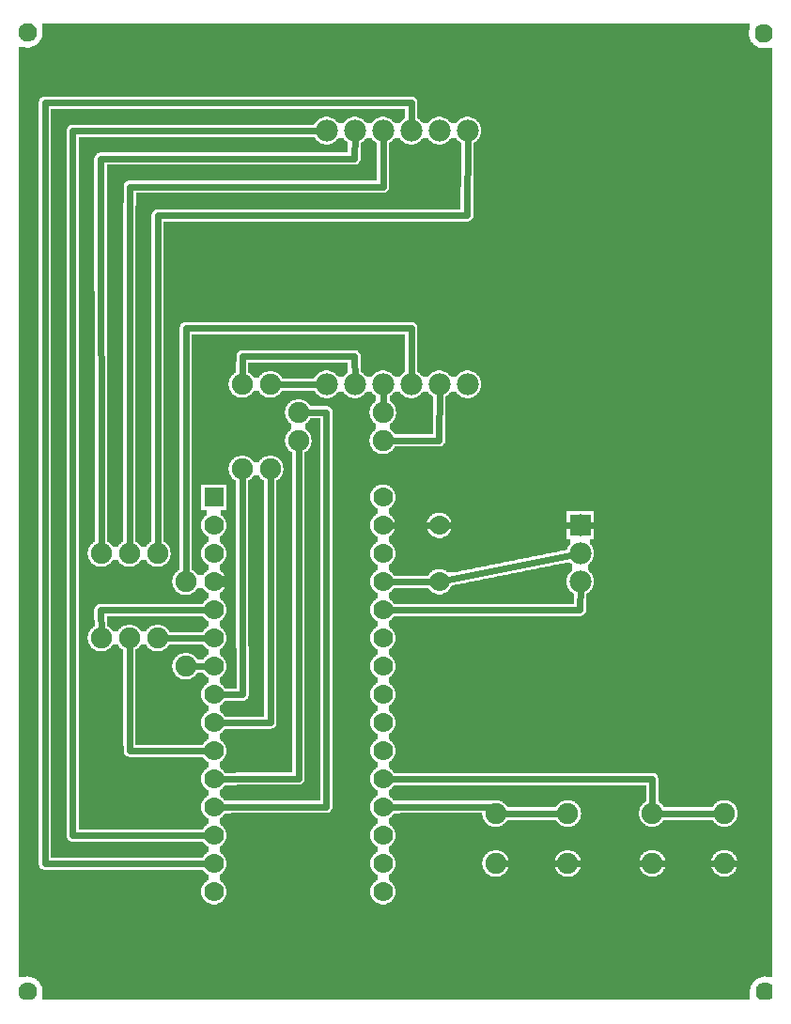
<source format=gbl>
G04 MADE WITH FRITZING*
G04 WWW.FRITZING.ORG*
G04 DOUBLE SIDED*
G04 HOLES PLATED*
G04 CONTOUR ON CENTER OF CONTOUR VECTOR*
%ASAXBY*%
%FSLAX23Y23*%
%MOIN*%
%OFA0B0*%
%SFA1.0B1.0*%
%ADD10C,0.075000*%
%ADD11C,0.070000*%
%ADD12C,0.078000*%
%ADD13R,0.069972X0.070000*%
%ADD14R,0.078000X0.078000*%
%ADD15C,0.024000*%
%ADD16C,0.000100*%
%LNCOPPER0*%
G90*
G70*
G54D10*
X1427Y2991D03*
X1434Y2115D03*
X1935Y1532D03*
X524Y1106D03*
X123Y3336D03*
G54D11*
X732Y1824D03*
X732Y1724D03*
X732Y1624D03*
X732Y1524D03*
X732Y1424D03*
X732Y1324D03*
X732Y1224D03*
X732Y1124D03*
X732Y1024D03*
X732Y924D03*
X732Y824D03*
X732Y724D03*
X732Y624D03*
X732Y524D03*
X732Y424D03*
X1332Y1824D03*
X1332Y1724D03*
X1332Y1624D03*
X1332Y1524D03*
X1332Y1424D03*
X1332Y1324D03*
X1332Y1224D03*
X1332Y1124D03*
X1332Y1024D03*
X1332Y924D03*
X1332Y824D03*
X1332Y724D03*
X1332Y624D03*
X1332Y524D03*
X1332Y424D03*
G54D10*
X2543Y525D03*
X2287Y525D03*
X2543Y702D03*
X2287Y702D03*
X1988Y524D03*
X1732Y524D03*
X1988Y701D03*
X1732Y701D03*
X1032Y2124D03*
X1332Y2124D03*
X1032Y2024D03*
X1332Y2024D03*
X432Y1324D03*
X432Y1624D03*
X932Y1924D03*
X932Y2224D03*
X832Y1924D03*
X832Y2224D03*
X632Y1224D03*
X632Y1524D03*
X532Y1324D03*
X532Y1624D03*
X332Y1324D03*
X332Y1624D03*
G54D12*
X1632Y3124D03*
X1532Y3124D03*
X1432Y3124D03*
X1332Y3124D03*
X1232Y3124D03*
X1132Y3124D03*
X1132Y2224D03*
X1232Y2224D03*
X1332Y2224D03*
X1432Y2224D03*
X1532Y2224D03*
X1632Y2224D03*
X2032Y1724D03*
X2032Y1624D03*
X2032Y1524D03*
G54D11*
X1532Y1524D03*
X1532Y1724D03*
G54D13*
X732Y1824D03*
G54D14*
X2032Y1724D03*
G54D15*
X1970Y701D02*
X1749Y701D01*
D02*
X1970Y524D02*
X1749Y524D01*
D02*
X2526Y702D02*
X2305Y702D01*
D02*
X2526Y525D02*
X2305Y525D01*
D02*
X2633Y524D02*
X2633Y1725D01*
D02*
X2633Y1725D02*
X2051Y1724D01*
D02*
X2561Y525D02*
X2633Y524D01*
D02*
X2005Y524D02*
X2270Y525D01*
D02*
X2031Y1424D02*
X1350Y1424D01*
D02*
X2032Y1505D02*
X2031Y1424D01*
D02*
X2013Y1620D02*
X1547Y1527D01*
D02*
X2013Y1724D02*
X1547Y1724D01*
D02*
X1517Y1724D02*
X1350Y1724D01*
D02*
X1517Y1524D02*
X1350Y1524D01*
D02*
X1733Y726D02*
X1350Y724D01*
D02*
X1733Y719D02*
X1733Y726D01*
D02*
X2287Y824D02*
X1350Y824D01*
D02*
X2287Y719D02*
X2287Y824D01*
D02*
X1432Y3223D02*
X132Y3223D01*
D02*
X132Y3223D02*
X132Y524D01*
D02*
X1432Y3143D02*
X1432Y3223D01*
D02*
X132Y524D02*
X714Y524D01*
D02*
X1113Y3124D02*
X231Y3124D01*
D02*
X231Y3124D02*
X231Y623D01*
D02*
X231Y623D02*
X714Y624D01*
D02*
X1531Y2026D02*
X1349Y2024D01*
D02*
X1532Y2205D02*
X1531Y2026D01*
D02*
X750Y824D02*
X1032Y825D01*
D02*
X1032Y825D02*
X1032Y2007D01*
D02*
X1332Y2205D02*
X1332Y2142D01*
D02*
X1113Y2224D02*
X949Y2224D01*
D02*
X932Y1907D02*
X933Y1023D01*
D02*
X933Y1023D02*
X750Y1024D01*
D02*
X1230Y2323D02*
X833Y2323D01*
D02*
X833Y2323D02*
X832Y2242D01*
D02*
X1232Y2243D02*
X1230Y2323D01*
D02*
X833Y1123D02*
X832Y1907D01*
D02*
X750Y1124D02*
X833Y1123D01*
D02*
X649Y1224D02*
X714Y1224D01*
D02*
X1432Y2423D02*
X632Y2423D01*
D02*
X632Y2423D02*
X632Y1542D01*
D02*
X1432Y2243D02*
X1432Y2423D01*
D02*
X432Y1307D02*
X433Y924D01*
D02*
X433Y924D02*
X714Y924D01*
D02*
X532Y2823D02*
X532Y1642D01*
D02*
X1631Y2823D02*
X532Y2823D01*
D02*
X1632Y3105D02*
X1631Y2823D01*
D02*
X331Y3025D02*
X332Y1642D01*
D02*
X1230Y3025D02*
X331Y3025D01*
D02*
X1232Y3105D02*
X1230Y3025D01*
D02*
X549Y1324D02*
X714Y1324D01*
D02*
X714Y1424D02*
X331Y1424D01*
D02*
X331Y1424D02*
X332Y1342D01*
D02*
X1333Y2925D02*
X433Y2925D01*
D02*
X433Y2925D02*
X432Y1642D01*
D02*
X1332Y3105D02*
X1333Y2925D01*
D02*
X1131Y2125D02*
X1131Y726D01*
D02*
X1131Y726D02*
X750Y724D01*
D02*
X1049Y2124D02*
X1131Y2125D01*
G54D16*
G36*
X56Y3503D02*
X56Y3501D01*
X52Y3501D01*
X52Y3499D01*
X50Y3499D01*
X50Y3497D01*
X48Y3497D01*
X48Y3495D01*
X46Y3495D01*
X46Y3493D01*
X44Y3493D01*
X44Y3491D01*
X42Y3491D01*
X42Y3487D01*
X40Y3487D01*
X40Y3459D01*
X42Y3459D01*
X42Y3455D01*
X44Y3455D01*
X44Y3453D01*
X46Y3453D01*
X46Y3449D01*
X48Y3449D01*
X48Y3447D01*
X52Y3447D01*
X52Y3445D01*
X54Y3445D01*
X54Y3443D01*
X58Y3443D01*
X58Y3441D01*
X84Y3441D01*
X84Y3443D01*
X88Y3443D01*
X88Y3445D01*
X92Y3445D01*
X92Y3447D01*
X94Y3447D01*
X94Y3449D01*
X96Y3449D01*
X96Y3451D01*
X98Y3451D01*
X98Y3455D01*
X100Y3455D01*
X100Y3457D01*
X102Y3457D01*
X102Y3463D01*
X104Y3463D01*
X104Y3483D01*
X102Y3483D01*
X102Y3487D01*
X100Y3487D01*
X100Y3491D01*
X98Y3491D01*
X98Y3493D01*
X96Y3493D01*
X96Y3495D01*
X94Y3495D01*
X94Y3497D01*
X92Y3497D01*
X92Y3499D01*
X90Y3499D01*
X90Y3501D01*
X86Y3501D01*
X86Y3503D01*
X56Y3503D01*
G37*
D02*
G36*
X2670Y3501D02*
X2670Y3499D01*
X2666Y3499D01*
X2666Y3497D01*
X2664Y3497D01*
X2664Y3495D01*
X2660Y3495D01*
X2660Y3493D01*
X2658Y3493D01*
X2658Y3489D01*
X2656Y3489D01*
X2656Y3487D01*
X2654Y3487D01*
X2654Y3483D01*
X2652Y3483D01*
X2652Y3455D01*
X2654Y3455D01*
X2654Y3451D01*
X2656Y3451D01*
X2656Y3449D01*
X2658Y3449D01*
X2658Y3447D01*
X2660Y3447D01*
X2660Y3445D01*
X2662Y3445D01*
X2662Y3443D01*
X2664Y3443D01*
X2664Y3441D01*
X2668Y3441D01*
X2668Y3439D01*
X2672Y3439D01*
X2672Y3437D01*
X2694Y3437D01*
X2694Y3439D01*
X2698Y3439D01*
X2698Y3441D01*
X2702Y3441D01*
X2702Y3443D01*
X2704Y3443D01*
X2704Y3445D01*
X2706Y3445D01*
X2706Y3447D01*
X2708Y3447D01*
X2708Y3449D01*
X2710Y3449D01*
X2710Y3451D01*
X2712Y3451D01*
X2712Y3455D01*
X2714Y3455D01*
X2714Y3485D01*
X2712Y3485D01*
X2712Y3487D01*
X2710Y3487D01*
X2710Y3491D01*
X2708Y3491D01*
X2708Y3493D01*
X2706Y3493D01*
X2706Y3495D01*
X2702Y3495D01*
X2702Y3497D01*
X2700Y3497D01*
X2700Y3499D01*
X2696Y3499D01*
X2696Y3501D01*
X2670Y3501D01*
G37*
D02*
G36*
X154Y3201D02*
X154Y3173D01*
X1340Y3173D01*
X1340Y3171D01*
X1348Y3171D01*
X1348Y3169D01*
X1352Y3169D01*
X1352Y3167D01*
X1356Y3167D01*
X1356Y3165D01*
X1360Y3165D01*
X1360Y3163D01*
X1362Y3163D01*
X1362Y3161D01*
X1364Y3161D01*
X1364Y3159D01*
X1366Y3159D01*
X1366Y3157D01*
X1368Y3157D01*
X1368Y3155D01*
X1370Y3155D01*
X1370Y3153D01*
X1372Y3153D01*
X1372Y3151D01*
X1392Y3151D01*
X1392Y3153D01*
X1394Y3153D01*
X1394Y3155D01*
X1396Y3155D01*
X1396Y3159D01*
X1400Y3159D01*
X1400Y3161D01*
X1402Y3161D01*
X1402Y3163D01*
X1404Y3163D01*
X1404Y3165D01*
X1408Y3165D01*
X1408Y3167D01*
X1410Y3167D01*
X1410Y3201D01*
X154Y3201D01*
G37*
D02*
G36*
X154Y3173D02*
X154Y545D01*
X692Y545D01*
X692Y547D01*
X694Y547D01*
X694Y549D01*
X696Y549D01*
X696Y551D01*
X698Y551D01*
X698Y555D01*
X700Y555D01*
X700Y557D01*
X702Y557D01*
X702Y559D01*
X706Y559D01*
X706Y561D01*
X708Y561D01*
X708Y563D01*
X712Y563D01*
X712Y585D01*
X708Y585D01*
X708Y587D01*
X704Y587D01*
X704Y589D01*
X702Y589D01*
X702Y591D01*
X700Y591D01*
X700Y593D01*
X698Y593D01*
X698Y595D01*
X696Y595D01*
X696Y599D01*
X694Y599D01*
X694Y601D01*
X224Y601D01*
X224Y603D01*
X220Y603D01*
X220Y605D01*
X218Y605D01*
X218Y607D01*
X216Y607D01*
X216Y609D01*
X214Y609D01*
X214Y611D01*
X212Y611D01*
X212Y615D01*
X210Y615D01*
X210Y3131D01*
X212Y3131D01*
X212Y3135D01*
X214Y3135D01*
X214Y3139D01*
X216Y3139D01*
X216Y3141D01*
X220Y3141D01*
X220Y3143D01*
X224Y3143D01*
X224Y3145D01*
X1088Y3145D01*
X1088Y3147D01*
X1090Y3147D01*
X1090Y3151D01*
X1092Y3151D01*
X1092Y3153D01*
X1094Y3153D01*
X1094Y3155D01*
X1096Y3155D01*
X1096Y3159D01*
X1100Y3159D01*
X1100Y3161D01*
X1102Y3161D01*
X1102Y3163D01*
X1104Y3163D01*
X1104Y3165D01*
X1108Y3165D01*
X1108Y3167D01*
X1112Y3167D01*
X1112Y3169D01*
X1116Y3169D01*
X1116Y3171D01*
X1124Y3171D01*
X1124Y3173D01*
X154Y3173D01*
G37*
D02*
G36*
X1140Y3173D02*
X1140Y3171D01*
X1148Y3171D01*
X1148Y3169D01*
X1152Y3169D01*
X1152Y3167D01*
X1156Y3167D01*
X1156Y3165D01*
X1160Y3165D01*
X1160Y3163D01*
X1162Y3163D01*
X1162Y3161D01*
X1164Y3161D01*
X1164Y3159D01*
X1166Y3159D01*
X1166Y3157D01*
X1168Y3157D01*
X1168Y3155D01*
X1170Y3155D01*
X1170Y3153D01*
X1172Y3153D01*
X1172Y3151D01*
X1192Y3151D01*
X1192Y3153D01*
X1194Y3153D01*
X1194Y3155D01*
X1196Y3155D01*
X1196Y3159D01*
X1200Y3159D01*
X1200Y3161D01*
X1202Y3161D01*
X1202Y3163D01*
X1204Y3163D01*
X1204Y3165D01*
X1208Y3165D01*
X1208Y3167D01*
X1212Y3167D01*
X1212Y3169D01*
X1216Y3169D01*
X1216Y3171D01*
X1224Y3171D01*
X1224Y3173D01*
X1140Y3173D01*
G37*
D02*
G36*
X1240Y3173D02*
X1240Y3171D01*
X1248Y3171D01*
X1248Y3169D01*
X1252Y3169D01*
X1252Y3167D01*
X1256Y3167D01*
X1256Y3165D01*
X1260Y3165D01*
X1260Y3163D01*
X1262Y3163D01*
X1262Y3161D01*
X1264Y3161D01*
X1264Y3159D01*
X1266Y3159D01*
X1266Y3157D01*
X1268Y3157D01*
X1268Y3155D01*
X1270Y3155D01*
X1270Y3153D01*
X1272Y3153D01*
X1272Y3151D01*
X1292Y3151D01*
X1292Y3153D01*
X1294Y3153D01*
X1294Y3155D01*
X1296Y3155D01*
X1296Y3159D01*
X1300Y3159D01*
X1300Y3161D01*
X1302Y3161D01*
X1302Y3163D01*
X1304Y3163D01*
X1304Y3165D01*
X1308Y3165D01*
X1308Y3167D01*
X1312Y3167D01*
X1312Y3169D01*
X1316Y3169D01*
X1316Y3171D01*
X1324Y3171D01*
X1324Y3173D01*
X1240Y3173D01*
G37*
D02*
G36*
X1272Y3097D02*
X1272Y3095D01*
X1270Y3095D01*
X1270Y3093D01*
X1268Y3093D01*
X1268Y3089D01*
X1266Y3089D01*
X1266Y3087D01*
X1262Y3087D01*
X1262Y3085D01*
X1260Y3085D01*
X1260Y3083D01*
X1256Y3083D01*
X1256Y3081D01*
X1254Y3081D01*
X1254Y3069D01*
X1252Y3069D01*
X1252Y3017D01*
X1250Y3017D01*
X1250Y3013D01*
X1248Y3013D01*
X1248Y3011D01*
X1246Y3011D01*
X1246Y3007D01*
X1242Y3007D01*
X1242Y3005D01*
X1238Y3005D01*
X1238Y3003D01*
X352Y3003D01*
X352Y2565D01*
X354Y2565D01*
X354Y1665D01*
X356Y1665D01*
X356Y1663D01*
X360Y1663D01*
X360Y1661D01*
X362Y1661D01*
X362Y1659D01*
X364Y1659D01*
X364Y1657D01*
X366Y1657D01*
X366Y1655D01*
X368Y1655D01*
X368Y1653D01*
X370Y1653D01*
X370Y1651D01*
X372Y1651D01*
X372Y1647D01*
X392Y1647D01*
X392Y1651D01*
X394Y1651D01*
X394Y1653D01*
X396Y1653D01*
X396Y1655D01*
X398Y1655D01*
X398Y1657D01*
X400Y1657D01*
X400Y1659D01*
X402Y1659D01*
X402Y1661D01*
X404Y1661D01*
X404Y1663D01*
X406Y1663D01*
X406Y1665D01*
X410Y1665D01*
X410Y2869D01*
X412Y2869D01*
X412Y2933D01*
X414Y2933D01*
X414Y2937D01*
X416Y2937D01*
X416Y2939D01*
X418Y2939D01*
X418Y2941D01*
X420Y2941D01*
X420Y2943D01*
X422Y2943D01*
X422Y2945D01*
X426Y2945D01*
X426Y2947D01*
X1310Y2947D01*
X1310Y3081D01*
X1306Y3081D01*
X1306Y3083D01*
X1304Y3083D01*
X1304Y3085D01*
X1302Y3085D01*
X1302Y3087D01*
X1298Y3087D01*
X1298Y3089D01*
X1296Y3089D01*
X1296Y3091D01*
X1294Y3091D01*
X1294Y3095D01*
X1292Y3095D01*
X1292Y3097D01*
X1272Y3097D01*
G37*
D02*
G36*
X1372Y3097D02*
X1372Y3095D01*
X1370Y3095D01*
X1370Y3093D01*
X1368Y3093D01*
X1368Y3089D01*
X1366Y3089D01*
X1366Y3087D01*
X1362Y3087D01*
X1362Y3085D01*
X1360Y3085D01*
X1360Y3083D01*
X1356Y3083D01*
X1356Y3081D01*
X1354Y3081D01*
X1354Y3075D01*
X1422Y3075D01*
X1422Y3077D01*
X1414Y3077D01*
X1414Y3079D01*
X1410Y3079D01*
X1410Y3081D01*
X1406Y3081D01*
X1406Y3083D01*
X1404Y3083D01*
X1404Y3085D01*
X1402Y3085D01*
X1402Y3087D01*
X1398Y3087D01*
X1398Y3089D01*
X1396Y3089D01*
X1396Y3091D01*
X1394Y3091D01*
X1394Y3095D01*
X1392Y3095D01*
X1392Y3097D01*
X1372Y3097D01*
G37*
D02*
G36*
X1472Y3097D02*
X1472Y3095D01*
X1470Y3095D01*
X1470Y3093D01*
X1468Y3093D01*
X1468Y3089D01*
X1466Y3089D01*
X1466Y3087D01*
X1462Y3087D01*
X1462Y3085D01*
X1460Y3085D01*
X1460Y3083D01*
X1456Y3083D01*
X1456Y3081D01*
X1454Y3081D01*
X1454Y3079D01*
X1448Y3079D01*
X1448Y3077D01*
X1442Y3077D01*
X1442Y3075D01*
X1522Y3075D01*
X1522Y3077D01*
X1514Y3077D01*
X1514Y3079D01*
X1510Y3079D01*
X1510Y3081D01*
X1506Y3081D01*
X1506Y3083D01*
X1504Y3083D01*
X1504Y3085D01*
X1502Y3085D01*
X1502Y3087D01*
X1498Y3087D01*
X1498Y3089D01*
X1496Y3089D01*
X1496Y3091D01*
X1494Y3091D01*
X1494Y3095D01*
X1492Y3095D01*
X1492Y3097D01*
X1472Y3097D01*
G37*
D02*
G36*
X1572Y3097D02*
X1572Y3095D01*
X1570Y3095D01*
X1570Y3093D01*
X1568Y3093D01*
X1568Y3089D01*
X1566Y3089D01*
X1566Y3087D01*
X1562Y3087D01*
X1562Y3085D01*
X1560Y3085D01*
X1560Y3083D01*
X1556Y3083D01*
X1556Y3081D01*
X1554Y3081D01*
X1554Y3079D01*
X1548Y3079D01*
X1548Y3077D01*
X1542Y3077D01*
X1542Y3075D01*
X1610Y3075D01*
X1610Y3081D01*
X1606Y3081D01*
X1606Y3083D01*
X1604Y3083D01*
X1604Y3085D01*
X1602Y3085D01*
X1602Y3087D01*
X1598Y3087D01*
X1598Y3089D01*
X1596Y3089D01*
X1596Y3091D01*
X1594Y3091D01*
X1594Y3095D01*
X1592Y3095D01*
X1592Y3097D01*
X1572Y3097D01*
G37*
D02*
G36*
X1354Y3075D02*
X1354Y3073D01*
X1610Y3073D01*
X1610Y3075D01*
X1354Y3075D01*
G37*
D02*
G36*
X1354Y3075D02*
X1354Y3073D01*
X1610Y3073D01*
X1610Y3075D01*
X1354Y3075D01*
G37*
D02*
G36*
X1354Y3075D02*
X1354Y3073D01*
X1610Y3073D01*
X1610Y3075D01*
X1354Y3075D01*
G37*
D02*
G36*
X1354Y3073D02*
X1354Y2917D01*
X1352Y2917D01*
X1352Y2913D01*
X1350Y2913D01*
X1350Y2911D01*
X1348Y2911D01*
X1348Y2909D01*
X1346Y2909D01*
X1346Y2907D01*
X1344Y2907D01*
X1344Y2905D01*
X1338Y2905D01*
X1338Y2903D01*
X456Y2903D01*
X456Y2859D01*
X454Y2859D01*
X454Y1665D01*
X456Y1665D01*
X456Y1663D01*
X460Y1663D01*
X460Y1661D01*
X462Y1661D01*
X462Y1659D01*
X464Y1659D01*
X464Y1657D01*
X466Y1657D01*
X466Y1655D01*
X468Y1655D01*
X468Y1653D01*
X470Y1653D01*
X470Y1651D01*
X472Y1651D01*
X472Y1647D01*
X492Y1647D01*
X492Y1651D01*
X494Y1651D01*
X494Y1653D01*
X496Y1653D01*
X496Y1655D01*
X498Y1655D01*
X498Y1657D01*
X500Y1657D01*
X500Y1659D01*
X502Y1659D01*
X502Y1661D01*
X504Y1661D01*
X504Y1663D01*
X506Y1663D01*
X506Y1665D01*
X510Y1665D01*
X510Y2827D01*
X512Y2827D01*
X512Y2833D01*
X514Y2833D01*
X514Y2835D01*
X516Y2835D01*
X516Y2839D01*
X520Y2839D01*
X520Y2841D01*
X522Y2841D01*
X522Y2843D01*
X528Y2843D01*
X528Y2845D01*
X1608Y2845D01*
X1608Y2925D01*
X1610Y2925D01*
X1610Y3073D01*
X1354Y3073D01*
G37*
D02*
G36*
X854Y2301D02*
X854Y2273D01*
X1140Y2273D01*
X1140Y2271D01*
X1148Y2271D01*
X1148Y2269D01*
X1152Y2269D01*
X1152Y2267D01*
X1156Y2267D01*
X1156Y2265D01*
X1160Y2265D01*
X1160Y2263D01*
X1162Y2263D01*
X1162Y2261D01*
X1164Y2261D01*
X1164Y2259D01*
X1166Y2259D01*
X1166Y2257D01*
X1168Y2257D01*
X1168Y2255D01*
X1170Y2255D01*
X1170Y2253D01*
X1172Y2253D01*
X1172Y2251D01*
X1192Y2251D01*
X1192Y2253D01*
X1194Y2253D01*
X1194Y2255D01*
X1196Y2255D01*
X1196Y2259D01*
X1200Y2259D01*
X1200Y2261D01*
X1202Y2261D01*
X1202Y2263D01*
X1204Y2263D01*
X1204Y2265D01*
X1208Y2265D01*
X1208Y2301D01*
X854Y2301D01*
G37*
D02*
G36*
X854Y2273D02*
X854Y2271D01*
X942Y2271D01*
X942Y2269D01*
X948Y2269D01*
X948Y2267D01*
X954Y2267D01*
X954Y2265D01*
X956Y2265D01*
X956Y2263D01*
X960Y2263D01*
X960Y2261D01*
X962Y2261D01*
X962Y2259D01*
X964Y2259D01*
X964Y2257D01*
X966Y2257D01*
X966Y2255D01*
X968Y2255D01*
X968Y2253D01*
X970Y2253D01*
X970Y2251D01*
X972Y2251D01*
X972Y2247D01*
X974Y2247D01*
X974Y2245D01*
X1088Y2245D01*
X1088Y2247D01*
X1090Y2247D01*
X1090Y2251D01*
X1092Y2251D01*
X1092Y2253D01*
X1094Y2253D01*
X1094Y2255D01*
X1096Y2255D01*
X1096Y2259D01*
X1100Y2259D01*
X1100Y2261D01*
X1102Y2261D01*
X1102Y2263D01*
X1104Y2263D01*
X1104Y2265D01*
X1108Y2265D01*
X1108Y2267D01*
X1112Y2267D01*
X1112Y2269D01*
X1116Y2269D01*
X1116Y2271D01*
X1124Y2271D01*
X1124Y2273D01*
X854Y2273D01*
G37*
D02*
G36*
X854Y2271D02*
X854Y2265D01*
X856Y2265D01*
X856Y2263D01*
X860Y2263D01*
X860Y2261D01*
X862Y2261D01*
X862Y2259D01*
X864Y2259D01*
X864Y2257D01*
X866Y2257D01*
X866Y2255D01*
X868Y2255D01*
X868Y2253D01*
X870Y2253D01*
X870Y2251D01*
X872Y2251D01*
X872Y2247D01*
X892Y2247D01*
X892Y2251D01*
X894Y2251D01*
X894Y2253D01*
X896Y2253D01*
X896Y2255D01*
X898Y2255D01*
X898Y2257D01*
X900Y2257D01*
X900Y2259D01*
X902Y2259D01*
X902Y2261D01*
X904Y2261D01*
X904Y2263D01*
X906Y2263D01*
X906Y2265D01*
X910Y2265D01*
X910Y2267D01*
X914Y2267D01*
X914Y2269D01*
X922Y2269D01*
X922Y2271D01*
X854Y2271D01*
G37*
D02*
G36*
X1372Y2197D02*
X1372Y2195D01*
X1370Y2195D01*
X1370Y2193D01*
X1368Y2193D01*
X1368Y2189D01*
X1366Y2189D01*
X1366Y2187D01*
X1362Y2187D01*
X1362Y2185D01*
X1360Y2185D01*
X1360Y2183D01*
X1356Y2183D01*
X1356Y2175D01*
X1422Y2175D01*
X1422Y2177D01*
X1414Y2177D01*
X1414Y2179D01*
X1410Y2179D01*
X1410Y2181D01*
X1406Y2181D01*
X1406Y2183D01*
X1404Y2183D01*
X1404Y2185D01*
X1402Y2185D01*
X1402Y2187D01*
X1398Y2187D01*
X1398Y2189D01*
X1396Y2189D01*
X1396Y2191D01*
X1394Y2191D01*
X1394Y2195D01*
X1392Y2195D01*
X1392Y2197D01*
X1372Y2197D01*
G37*
D02*
G36*
X1472Y2197D02*
X1472Y2195D01*
X1470Y2195D01*
X1470Y2193D01*
X1468Y2193D01*
X1468Y2189D01*
X1466Y2189D01*
X1466Y2187D01*
X1462Y2187D01*
X1462Y2185D01*
X1460Y2185D01*
X1460Y2183D01*
X1456Y2183D01*
X1456Y2181D01*
X1454Y2181D01*
X1454Y2179D01*
X1448Y2179D01*
X1448Y2177D01*
X1442Y2177D01*
X1442Y2175D01*
X1510Y2175D01*
X1510Y2181D01*
X1506Y2181D01*
X1506Y2183D01*
X1504Y2183D01*
X1504Y2185D01*
X1502Y2185D01*
X1502Y2187D01*
X1498Y2187D01*
X1498Y2189D01*
X1496Y2189D01*
X1496Y2191D01*
X1494Y2191D01*
X1494Y2195D01*
X1492Y2195D01*
X1492Y2197D01*
X1472Y2197D01*
G37*
D02*
G36*
X1356Y2175D02*
X1356Y2173D01*
X1510Y2173D01*
X1510Y2175D01*
X1356Y2175D01*
G37*
D02*
G36*
X1356Y2175D02*
X1356Y2173D01*
X1510Y2173D01*
X1510Y2175D01*
X1356Y2175D01*
G37*
D02*
G36*
X1356Y2173D02*
X1356Y2163D01*
X1360Y2163D01*
X1360Y2161D01*
X1362Y2161D01*
X1362Y2159D01*
X1364Y2159D01*
X1364Y2157D01*
X1366Y2157D01*
X1366Y2155D01*
X1368Y2155D01*
X1368Y2153D01*
X1370Y2153D01*
X1370Y2151D01*
X1372Y2151D01*
X1372Y2147D01*
X1374Y2147D01*
X1374Y2143D01*
X1376Y2143D01*
X1376Y2137D01*
X1378Y2137D01*
X1378Y2129D01*
X1380Y2129D01*
X1380Y2119D01*
X1378Y2119D01*
X1378Y2111D01*
X1376Y2111D01*
X1376Y2105D01*
X1374Y2105D01*
X1374Y2101D01*
X1372Y2101D01*
X1372Y2097D01*
X1370Y2097D01*
X1370Y2095D01*
X1368Y2095D01*
X1368Y2093D01*
X1366Y2093D01*
X1366Y2089D01*
X1362Y2089D01*
X1362Y2087D01*
X1360Y2087D01*
X1360Y2085D01*
X1358Y2085D01*
X1358Y2083D01*
X1356Y2083D01*
X1356Y2063D01*
X1360Y2063D01*
X1360Y2061D01*
X1362Y2061D01*
X1362Y2059D01*
X1364Y2059D01*
X1364Y2057D01*
X1366Y2057D01*
X1366Y2055D01*
X1368Y2055D01*
X1368Y2053D01*
X1370Y2053D01*
X1370Y2051D01*
X1372Y2051D01*
X1372Y2047D01*
X1510Y2047D01*
X1510Y2173D01*
X1356Y2173D01*
G37*
D02*
G36*
X1074Y2103D02*
X1074Y2101D01*
X1072Y2101D01*
X1072Y2097D01*
X1070Y2097D01*
X1070Y2095D01*
X1068Y2095D01*
X1068Y2093D01*
X1066Y2093D01*
X1066Y2089D01*
X1062Y2089D01*
X1062Y2087D01*
X1060Y2087D01*
X1060Y2085D01*
X1058Y2085D01*
X1058Y2083D01*
X1056Y2083D01*
X1056Y2063D01*
X1060Y2063D01*
X1060Y2061D01*
X1062Y2061D01*
X1062Y2059D01*
X1064Y2059D01*
X1064Y2057D01*
X1066Y2057D01*
X1066Y2055D01*
X1068Y2055D01*
X1068Y2053D01*
X1070Y2053D01*
X1070Y2051D01*
X1072Y2051D01*
X1072Y2047D01*
X1074Y2047D01*
X1074Y2043D01*
X1076Y2043D01*
X1076Y2037D01*
X1078Y2037D01*
X1078Y2029D01*
X1080Y2029D01*
X1080Y2019D01*
X1078Y2019D01*
X1078Y2011D01*
X1076Y2011D01*
X1076Y2005D01*
X1074Y2005D01*
X1074Y2001D01*
X1072Y2001D01*
X1072Y1997D01*
X1070Y1997D01*
X1070Y1995D01*
X1068Y1995D01*
X1068Y1993D01*
X1066Y1993D01*
X1066Y1989D01*
X1062Y1989D01*
X1062Y1987D01*
X1060Y1987D01*
X1060Y1985D01*
X1058Y1985D01*
X1058Y1983D01*
X1054Y1983D01*
X1054Y819D01*
X1052Y819D01*
X1052Y813D01*
X1050Y813D01*
X1050Y811D01*
X1048Y811D01*
X1048Y809D01*
X1046Y809D01*
X1046Y807D01*
X1044Y807D01*
X1044Y805D01*
X1040Y805D01*
X1040Y803D01*
X814Y803D01*
X814Y801D01*
X770Y801D01*
X770Y799D01*
X768Y799D01*
X768Y797D01*
X766Y797D01*
X766Y793D01*
X764Y793D01*
X764Y791D01*
X762Y791D01*
X762Y789D01*
X758Y789D01*
X758Y787D01*
X756Y787D01*
X756Y785D01*
X752Y785D01*
X752Y763D01*
X756Y763D01*
X756Y761D01*
X758Y761D01*
X758Y759D01*
X760Y759D01*
X760Y757D01*
X764Y757D01*
X764Y753D01*
X766Y753D01*
X766Y751D01*
X768Y751D01*
X768Y749D01*
X770Y749D01*
X770Y747D01*
X1110Y747D01*
X1110Y2103D01*
X1074Y2103D01*
G37*
D02*
G36*
X872Y1901D02*
X872Y1897D01*
X870Y1897D01*
X870Y1895D01*
X868Y1895D01*
X868Y1893D01*
X866Y1893D01*
X866Y1889D01*
X862Y1889D01*
X862Y1887D01*
X860Y1887D01*
X860Y1885D01*
X858Y1885D01*
X858Y1883D01*
X854Y1883D01*
X854Y1293D01*
X856Y1293D01*
X856Y1119D01*
X854Y1119D01*
X854Y1113D01*
X852Y1113D01*
X852Y1109D01*
X850Y1109D01*
X850Y1107D01*
X848Y1107D01*
X848Y1105D01*
X846Y1105D01*
X846Y1103D01*
X842Y1103D01*
X842Y1101D01*
X770Y1101D01*
X770Y1099D01*
X768Y1099D01*
X768Y1097D01*
X766Y1097D01*
X766Y1093D01*
X764Y1093D01*
X764Y1091D01*
X762Y1091D01*
X762Y1089D01*
X758Y1089D01*
X758Y1087D01*
X756Y1087D01*
X756Y1085D01*
X752Y1085D01*
X752Y1063D01*
X756Y1063D01*
X756Y1061D01*
X758Y1061D01*
X758Y1059D01*
X760Y1059D01*
X760Y1057D01*
X764Y1057D01*
X764Y1053D01*
X766Y1053D01*
X766Y1051D01*
X768Y1051D01*
X768Y1049D01*
X770Y1049D01*
X770Y1045D01*
X910Y1045D01*
X910Y1883D01*
X906Y1883D01*
X906Y1885D01*
X904Y1885D01*
X904Y1887D01*
X900Y1887D01*
X900Y1889D01*
X898Y1889D01*
X898Y1891D01*
X896Y1891D01*
X896Y1895D01*
X894Y1895D01*
X894Y1897D01*
X892Y1897D01*
X892Y1901D01*
X872Y1901D01*
G37*
D02*
G36*
X1976Y1591D02*
X1976Y1589D01*
X1966Y1589D01*
X1966Y1587D01*
X1956Y1587D01*
X1956Y1585D01*
X1946Y1585D01*
X1946Y1583D01*
X1936Y1583D01*
X1936Y1581D01*
X1926Y1581D01*
X1926Y1579D01*
X1916Y1579D01*
X1916Y1577D01*
X1906Y1577D01*
X1906Y1575D01*
X1896Y1575D01*
X1896Y1573D01*
X1886Y1573D01*
X1886Y1571D01*
X1876Y1571D01*
X1876Y1569D01*
X1866Y1569D01*
X1866Y1567D01*
X1856Y1567D01*
X1856Y1565D01*
X1846Y1565D01*
X1846Y1563D01*
X1836Y1563D01*
X1836Y1561D01*
X1826Y1561D01*
X1826Y1559D01*
X1816Y1559D01*
X1816Y1557D01*
X1806Y1557D01*
X1806Y1555D01*
X1796Y1555D01*
X1796Y1553D01*
X1786Y1553D01*
X1786Y1551D01*
X1776Y1551D01*
X1776Y1549D01*
X1766Y1549D01*
X1766Y1547D01*
X1756Y1547D01*
X1756Y1545D01*
X1746Y1545D01*
X1746Y1543D01*
X1736Y1543D01*
X1736Y1541D01*
X1726Y1541D01*
X1726Y1539D01*
X1716Y1539D01*
X1716Y1537D01*
X1706Y1537D01*
X1706Y1535D01*
X1696Y1535D01*
X1696Y1533D01*
X1686Y1533D01*
X1686Y1531D01*
X1676Y1531D01*
X1676Y1529D01*
X1666Y1529D01*
X1666Y1527D01*
X1656Y1527D01*
X1656Y1525D01*
X1646Y1525D01*
X1646Y1523D01*
X1636Y1523D01*
X1636Y1521D01*
X1626Y1521D01*
X1626Y1519D01*
X1616Y1519D01*
X1616Y1517D01*
X1606Y1517D01*
X1606Y1515D01*
X1596Y1515D01*
X1596Y1513D01*
X1586Y1513D01*
X1586Y1511D01*
X1576Y1511D01*
X1576Y1509D01*
X1574Y1509D01*
X1574Y1505D01*
X1572Y1505D01*
X1572Y1503D01*
X1570Y1503D01*
X1570Y1499D01*
X1568Y1499D01*
X1568Y1497D01*
X1566Y1497D01*
X1566Y1493D01*
X1564Y1493D01*
X1564Y1491D01*
X1562Y1491D01*
X1562Y1489D01*
X1558Y1489D01*
X1558Y1487D01*
X1556Y1487D01*
X1556Y1485D01*
X1552Y1485D01*
X1552Y1483D01*
X1548Y1483D01*
X1548Y1481D01*
X1542Y1481D01*
X1542Y1479D01*
X2010Y1479D01*
X2010Y1481D01*
X2006Y1481D01*
X2006Y1483D01*
X2004Y1483D01*
X2004Y1485D01*
X2002Y1485D01*
X2002Y1487D01*
X1998Y1487D01*
X1998Y1489D01*
X1996Y1489D01*
X1996Y1491D01*
X1994Y1491D01*
X1994Y1495D01*
X1992Y1495D01*
X1992Y1497D01*
X1990Y1497D01*
X1990Y1501D01*
X1988Y1501D01*
X1988Y1505D01*
X1986Y1505D01*
X1986Y1511D01*
X1984Y1511D01*
X1984Y1521D01*
X1982Y1521D01*
X1982Y1527D01*
X1984Y1527D01*
X1984Y1537D01*
X1986Y1537D01*
X1986Y1543D01*
X1988Y1543D01*
X1988Y1547D01*
X1990Y1547D01*
X1990Y1551D01*
X1992Y1551D01*
X1992Y1553D01*
X1994Y1553D01*
X1994Y1555D01*
X1996Y1555D01*
X1996Y1559D01*
X2000Y1559D01*
X2000Y1561D01*
X2002Y1561D01*
X2002Y1563D01*
X2004Y1563D01*
X2004Y1585D01*
X2002Y1585D01*
X2002Y1587D01*
X1998Y1587D01*
X1998Y1589D01*
X1996Y1589D01*
X1996Y1591D01*
X1976Y1591D01*
G37*
D02*
G36*
X1370Y1501D02*
X1370Y1499D01*
X1368Y1499D01*
X1368Y1497D01*
X1366Y1497D01*
X1366Y1493D01*
X1364Y1493D01*
X1364Y1491D01*
X1362Y1491D01*
X1362Y1489D01*
X1358Y1489D01*
X1358Y1487D01*
X1356Y1487D01*
X1356Y1485D01*
X1352Y1485D01*
X1352Y1479D01*
X1522Y1479D01*
X1522Y1481D01*
X1516Y1481D01*
X1516Y1483D01*
X1512Y1483D01*
X1512Y1485D01*
X1508Y1485D01*
X1508Y1487D01*
X1504Y1487D01*
X1504Y1489D01*
X1502Y1489D01*
X1502Y1491D01*
X1500Y1491D01*
X1500Y1493D01*
X1498Y1493D01*
X1498Y1495D01*
X1496Y1495D01*
X1496Y1499D01*
X1494Y1499D01*
X1494Y1501D01*
X1370Y1501D01*
G37*
D02*
G36*
X1352Y1479D02*
X1352Y1477D01*
X2010Y1477D01*
X2010Y1479D01*
X1352Y1479D01*
G37*
D02*
G36*
X1352Y1479D02*
X1352Y1477D01*
X2010Y1477D01*
X2010Y1479D01*
X1352Y1479D01*
G37*
D02*
G36*
X1352Y1477D02*
X1352Y1463D01*
X1356Y1463D01*
X1356Y1461D01*
X1358Y1461D01*
X1358Y1459D01*
X1360Y1459D01*
X1360Y1457D01*
X1364Y1457D01*
X1364Y1453D01*
X1366Y1453D01*
X1366Y1451D01*
X1368Y1451D01*
X1368Y1449D01*
X1370Y1449D01*
X1370Y1445D01*
X2010Y1445D01*
X2010Y1477D01*
X1352Y1477D01*
G37*
D02*
G36*
X354Y1401D02*
X354Y1371D01*
X542Y1371D01*
X542Y1369D01*
X548Y1369D01*
X548Y1367D01*
X554Y1367D01*
X554Y1365D01*
X556Y1365D01*
X556Y1363D01*
X560Y1363D01*
X560Y1361D01*
X562Y1361D01*
X562Y1359D01*
X564Y1359D01*
X564Y1357D01*
X566Y1357D01*
X566Y1355D01*
X568Y1355D01*
X568Y1353D01*
X570Y1353D01*
X570Y1351D01*
X572Y1351D01*
X572Y1347D01*
X574Y1347D01*
X574Y1345D01*
X692Y1345D01*
X692Y1347D01*
X694Y1347D01*
X694Y1349D01*
X696Y1349D01*
X696Y1351D01*
X698Y1351D01*
X698Y1355D01*
X700Y1355D01*
X700Y1357D01*
X702Y1357D01*
X702Y1359D01*
X706Y1359D01*
X706Y1361D01*
X708Y1361D01*
X708Y1363D01*
X712Y1363D01*
X712Y1385D01*
X708Y1385D01*
X708Y1387D01*
X704Y1387D01*
X704Y1389D01*
X702Y1389D01*
X702Y1391D01*
X700Y1391D01*
X700Y1393D01*
X698Y1393D01*
X698Y1395D01*
X696Y1395D01*
X696Y1399D01*
X694Y1399D01*
X694Y1401D01*
X354Y1401D01*
G37*
D02*
G36*
X354Y1371D02*
X354Y1365D01*
X356Y1365D01*
X356Y1363D01*
X360Y1363D01*
X360Y1361D01*
X362Y1361D01*
X362Y1359D01*
X364Y1359D01*
X364Y1357D01*
X366Y1357D01*
X366Y1355D01*
X368Y1355D01*
X368Y1353D01*
X370Y1353D01*
X370Y1351D01*
X372Y1351D01*
X372Y1347D01*
X392Y1347D01*
X392Y1351D01*
X394Y1351D01*
X394Y1353D01*
X396Y1353D01*
X396Y1355D01*
X398Y1355D01*
X398Y1357D01*
X400Y1357D01*
X400Y1359D01*
X402Y1359D01*
X402Y1361D01*
X404Y1361D01*
X404Y1363D01*
X406Y1363D01*
X406Y1365D01*
X410Y1365D01*
X410Y1367D01*
X414Y1367D01*
X414Y1369D01*
X422Y1369D01*
X422Y1371D01*
X354Y1371D01*
G37*
D02*
G36*
X442Y1371D02*
X442Y1369D01*
X448Y1369D01*
X448Y1367D01*
X454Y1367D01*
X454Y1365D01*
X456Y1365D01*
X456Y1363D01*
X460Y1363D01*
X460Y1361D01*
X462Y1361D01*
X462Y1359D01*
X464Y1359D01*
X464Y1357D01*
X466Y1357D01*
X466Y1355D01*
X468Y1355D01*
X468Y1353D01*
X470Y1353D01*
X470Y1351D01*
X472Y1351D01*
X472Y1347D01*
X492Y1347D01*
X492Y1351D01*
X494Y1351D01*
X494Y1353D01*
X496Y1353D01*
X496Y1355D01*
X498Y1355D01*
X498Y1357D01*
X500Y1357D01*
X500Y1359D01*
X502Y1359D01*
X502Y1361D01*
X504Y1361D01*
X504Y1363D01*
X506Y1363D01*
X506Y1365D01*
X510Y1365D01*
X510Y1367D01*
X514Y1367D01*
X514Y1369D01*
X522Y1369D01*
X522Y1371D01*
X442Y1371D01*
G37*
D02*
G36*
X472Y1301D02*
X472Y1297D01*
X470Y1297D01*
X470Y1295D01*
X468Y1295D01*
X468Y1293D01*
X466Y1293D01*
X466Y1289D01*
X462Y1289D01*
X462Y1287D01*
X460Y1287D01*
X460Y1285D01*
X458Y1285D01*
X458Y1283D01*
X454Y1283D01*
X454Y1277D01*
X520Y1277D01*
X520Y1279D01*
X514Y1279D01*
X514Y1281D01*
X510Y1281D01*
X510Y1283D01*
X506Y1283D01*
X506Y1285D01*
X504Y1285D01*
X504Y1287D01*
X500Y1287D01*
X500Y1289D01*
X498Y1289D01*
X498Y1291D01*
X496Y1291D01*
X496Y1295D01*
X494Y1295D01*
X494Y1297D01*
X492Y1297D01*
X492Y1301D01*
X472Y1301D01*
G37*
D02*
G36*
X572Y1301D02*
X572Y1297D01*
X570Y1297D01*
X570Y1295D01*
X568Y1295D01*
X568Y1293D01*
X566Y1293D01*
X566Y1289D01*
X562Y1289D01*
X562Y1287D01*
X560Y1287D01*
X560Y1285D01*
X558Y1285D01*
X558Y1283D01*
X554Y1283D01*
X554Y1281D01*
X550Y1281D01*
X550Y1279D01*
X544Y1279D01*
X544Y1277D01*
X712Y1277D01*
X712Y1285D01*
X708Y1285D01*
X708Y1287D01*
X704Y1287D01*
X704Y1289D01*
X702Y1289D01*
X702Y1291D01*
X700Y1291D01*
X700Y1293D01*
X698Y1293D01*
X698Y1295D01*
X696Y1295D01*
X696Y1299D01*
X694Y1299D01*
X694Y1301D01*
X572Y1301D01*
G37*
D02*
G36*
X454Y1277D02*
X454Y1275D01*
X712Y1275D01*
X712Y1277D01*
X454Y1277D01*
G37*
D02*
G36*
X454Y1277D02*
X454Y1275D01*
X712Y1275D01*
X712Y1277D01*
X454Y1277D01*
G37*
D02*
G36*
X454Y1275D02*
X454Y1271D01*
X642Y1271D01*
X642Y1269D01*
X648Y1269D01*
X648Y1267D01*
X654Y1267D01*
X654Y1265D01*
X656Y1265D01*
X656Y1263D01*
X660Y1263D01*
X660Y1261D01*
X662Y1261D01*
X662Y1259D01*
X664Y1259D01*
X664Y1257D01*
X666Y1257D01*
X666Y1255D01*
X668Y1255D01*
X668Y1253D01*
X670Y1253D01*
X670Y1251D01*
X672Y1251D01*
X672Y1247D01*
X694Y1247D01*
X694Y1249D01*
X696Y1249D01*
X696Y1251D01*
X698Y1251D01*
X698Y1255D01*
X700Y1255D01*
X700Y1257D01*
X702Y1257D01*
X702Y1259D01*
X706Y1259D01*
X706Y1261D01*
X708Y1261D01*
X708Y1263D01*
X712Y1263D01*
X712Y1275D01*
X454Y1275D01*
G37*
D02*
G36*
X454Y1271D02*
X454Y1177D01*
X620Y1177D01*
X620Y1179D01*
X614Y1179D01*
X614Y1181D01*
X610Y1181D01*
X610Y1183D01*
X606Y1183D01*
X606Y1185D01*
X604Y1185D01*
X604Y1187D01*
X600Y1187D01*
X600Y1189D01*
X598Y1189D01*
X598Y1191D01*
X596Y1191D01*
X596Y1195D01*
X594Y1195D01*
X594Y1197D01*
X592Y1197D01*
X592Y1201D01*
X590Y1201D01*
X590Y1203D01*
X588Y1203D01*
X588Y1209D01*
X586Y1209D01*
X586Y1217D01*
X584Y1217D01*
X584Y1231D01*
X586Y1231D01*
X586Y1239D01*
X588Y1239D01*
X588Y1243D01*
X590Y1243D01*
X590Y1247D01*
X592Y1247D01*
X592Y1251D01*
X594Y1251D01*
X594Y1253D01*
X596Y1253D01*
X596Y1255D01*
X598Y1255D01*
X598Y1257D01*
X600Y1257D01*
X600Y1259D01*
X602Y1259D01*
X602Y1261D01*
X604Y1261D01*
X604Y1263D01*
X606Y1263D01*
X606Y1265D01*
X610Y1265D01*
X610Y1267D01*
X614Y1267D01*
X614Y1269D01*
X622Y1269D01*
X622Y1271D01*
X454Y1271D01*
G37*
D02*
G36*
X672Y1201D02*
X672Y1197D01*
X670Y1197D01*
X670Y1195D01*
X668Y1195D01*
X668Y1193D01*
X666Y1193D01*
X666Y1189D01*
X662Y1189D01*
X662Y1187D01*
X660Y1187D01*
X660Y1185D01*
X658Y1185D01*
X658Y1183D01*
X654Y1183D01*
X654Y1181D01*
X650Y1181D01*
X650Y1179D01*
X644Y1179D01*
X644Y1177D01*
X712Y1177D01*
X712Y1185D01*
X708Y1185D01*
X708Y1187D01*
X704Y1187D01*
X704Y1189D01*
X702Y1189D01*
X702Y1191D01*
X700Y1191D01*
X700Y1193D01*
X698Y1193D01*
X698Y1195D01*
X696Y1195D01*
X696Y1199D01*
X694Y1199D01*
X694Y1201D01*
X672Y1201D01*
G37*
D02*
G36*
X454Y1177D02*
X454Y1175D01*
X712Y1175D01*
X712Y1177D01*
X454Y1177D01*
G37*
D02*
G36*
X454Y1177D02*
X454Y1175D01*
X712Y1175D01*
X712Y1177D01*
X454Y1177D01*
G37*
D02*
G36*
X454Y1175D02*
X454Y945D01*
X692Y945D01*
X692Y947D01*
X694Y947D01*
X694Y949D01*
X696Y949D01*
X696Y951D01*
X698Y951D01*
X698Y955D01*
X700Y955D01*
X700Y957D01*
X702Y957D01*
X702Y959D01*
X706Y959D01*
X706Y961D01*
X708Y961D01*
X708Y963D01*
X712Y963D01*
X712Y985D01*
X708Y985D01*
X708Y987D01*
X704Y987D01*
X704Y989D01*
X702Y989D01*
X702Y991D01*
X700Y991D01*
X700Y993D01*
X698Y993D01*
X698Y995D01*
X696Y995D01*
X696Y999D01*
X694Y999D01*
X694Y1001D01*
X692Y1001D01*
X692Y1005D01*
X690Y1005D01*
X690Y1011D01*
X688Y1011D01*
X688Y1021D01*
X686Y1021D01*
X686Y1027D01*
X688Y1027D01*
X688Y1037D01*
X690Y1037D01*
X690Y1043D01*
X692Y1043D01*
X692Y1047D01*
X694Y1047D01*
X694Y1049D01*
X696Y1049D01*
X696Y1051D01*
X698Y1051D01*
X698Y1055D01*
X700Y1055D01*
X700Y1057D01*
X702Y1057D01*
X702Y1059D01*
X706Y1059D01*
X706Y1061D01*
X708Y1061D01*
X708Y1063D01*
X712Y1063D01*
X712Y1085D01*
X708Y1085D01*
X708Y1087D01*
X704Y1087D01*
X704Y1089D01*
X702Y1089D01*
X702Y1091D01*
X700Y1091D01*
X700Y1093D01*
X698Y1093D01*
X698Y1095D01*
X696Y1095D01*
X696Y1099D01*
X694Y1099D01*
X694Y1101D01*
X692Y1101D01*
X692Y1105D01*
X690Y1105D01*
X690Y1111D01*
X688Y1111D01*
X688Y1121D01*
X686Y1121D01*
X686Y1127D01*
X688Y1127D01*
X688Y1137D01*
X690Y1137D01*
X690Y1143D01*
X692Y1143D01*
X692Y1147D01*
X694Y1147D01*
X694Y1149D01*
X696Y1149D01*
X696Y1151D01*
X698Y1151D01*
X698Y1155D01*
X700Y1155D01*
X700Y1157D01*
X702Y1157D01*
X702Y1159D01*
X706Y1159D01*
X706Y1161D01*
X708Y1161D01*
X708Y1163D01*
X712Y1163D01*
X712Y1175D01*
X454Y1175D01*
G37*
D02*
G36*
X124Y3503D02*
X124Y3461D01*
X122Y3461D01*
X122Y3455D01*
X120Y3455D01*
X120Y3449D01*
X118Y3449D01*
X118Y3445D01*
X116Y3445D01*
X116Y3443D01*
X114Y3443D01*
X114Y3439D01*
X112Y3439D01*
X112Y3437D01*
X110Y3437D01*
X110Y3435D01*
X108Y3435D01*
X108Y3433D01*
X106Y3433D01*
X106Y3431D01*
X102Y3431D01*
X102Y3429D01*
X100Y3429D01*
X100Y3427D01*
X96Y3427D01*
X96Y3425D01*
X92Y3425D01*
X92Y3423D01*
X88Y3423D01*
X88Y3421D01*
X80Y3421D01*
X80Y3419D01*
X2664Y3419D01*
X2664Y3421D01*
X2660Y3421D01*
X2660Y3423D01*
X2656Y3423D01*
X2656Y3425D01*
X2652Y3425D01*
X2652Y3427D01*
X2650Y3427D01*
X2650Y3429D01*
X2648Y3429D01*
X2648Y3431D01*
X2646Y3431D01*
X2646Y3433D01*
X2644Y3433D01*
X2644Y3435D01*
X2642Y3435D01*
X2642Y3437D01*
X2640Y3437D01*
X2640Y3439D01*
X2638Y3439D01*
X2638Y3443D01*
X2636Y3443D01*
X2636Y3447D01*
X2634Y3447D01*
X2634Y3451D01*
X2632Y3451D01*
X2632Y3459D01*
X2630Y3459D01*
X2630Y3481D01*
X2632Y3481D01*
X2632Y3503D01*
X124Y3503D01*
G37*
D02*
G36*
X40Y3421D02*
X40Y3419D01*
X64Y3419D01*
X64Y3421D01*
X40Y3421D01*
G37*
D02*
G36*
X40Y3419D02*
X40Y3417D01*
X2670Y3417D01*
X2670Y3419D01*
X40Y3419D01*
G37*
D02*
G36*
X40Y3419D02*
X40Y3417D01*
X2670Y3417D01*
X2670Y3419D01*
X40Y3419D01*
G37*
D02*
G36*
X40Y3417D02*
X40Y3245D01*
X1438Y3245D01*
X1438Y3243D01*
X1442Y3243D01*
X1442Y3241D01*
X1446Y3241D01*
X1446Y3239D01*
X1448Y3239D01*
X1448Y3237D01*
X1450Y3237D01*
X1450Y3233D01*
X1452Y3233D01*
X1452Y3229D01*
X1454Y3229D01*
X1454Y3173D01*
X1640Y3173D01*
X1640Y3171D01*
X1648Y3171D01*
X1648Y3169D01*
X1652Y3169D01*
X1652Y3167D01*
X1656Y3167D01*
X1656Y3165D01*
X1660Y3165D01*
X1660Y3163D01*
X1662Y3163D01*
X1662Y3161D01*
X1664Y3161D01*
X1664Y3159D01*
X1666Y3159D01*
X1666Y3157D01*
X1668Y3157D01*
X1668Y3155D01*
X1670Y3155D01*
X1670Y3153D01*
X1672Y3153D01*
X1672Y3151D01*
X1674Y3151D01*
X1674Y3147D01*
X1676Y3147D01*
X1676Y3143D01*
X1678Y3143D01*
X1678Y3137D01*
X1680Y3137D01*
X1680Y3111D01*
X1678Y3111D01*
X1678Y3105D01*
X1676Y3105D01*
X1676Y3101D01*
X1674Y3101D01*
X1674Y3097D01*
X1672Y3097D01*
X1672Y3095D01*
X1670Y3095D01*
X1670Y3093D01*
X1668Y3093D01*
X1668Y3089D01*
X1666Y3089D01*
X1666Y3087D01*
X1662Y3087D01*
X1662Y3085D01*
X1660Y3085D01*
X1660Y3083D01*
X1656Y3083D01*
X1656Y3081D01*
X1654Y3081D01*
X1654Y2921D01*
X1652Y2921D01*
X1652Y2815D01*
X1650Y2815D01*
X1650Y2811D01*
X1648Y2811D01*
X1648Y2809D01*
X1646Y2809D01*
X1646Y2807D01*
X1644Y2807D01*
X1644Y2805D01*
X1642Y2805D01*
X1642Y2803D01*
X1638Y2803D01*
X1638Y2801D01*
X554Y2801D01*
X554Y2445D01*
X1436Y2445D01*
X1436Y2443D01*
X1442Y2443D01*
X1442Y2441D01*
X1446Y2441D01*
X1446Y2439D01*
X1448Y2439D01*
X1448Y2437D01*
X1450Y2437D01*
X1450Y2433D01*
X1452Y2433D01*
X1452Y2429D01*
X1454Y2429D01*
X1454Y2273D01*
X1640Y2273D01*
X1640Y2271D01*
X1648Y2271D01*
X1648Y2269D01*
X1652Y2269D01*
X1652Y2267D01*
X1656Y2267D01*
X1656Y2265D01*
X1660Y2265D01*
X1660Y2263D01*
X1662Y2263D01*
X1662Y2261D01*
X1664Y2261D01*
X1664Y2259D01*
X1666Y2259D01*
X1666Y2257D01*
X1668Y2257D01*
X1668Y2255D01*
X1670Y2255D01*
X1670Y2253D01*
X1672Y2253D01*
X1672Y2251D01*
X1674Y2251D01*
X1674Y2247D01*
X1676Y2247D01*
X1676Y2243D01*
X1678Y2243D01*
X1678Y2237D01*
X1680Y2237D01*
X1680Y2211D01*
X1678Y2211D01*
X1678Y2205D01*
X1676Y2205D01*
X1676Y2201D01*
X1674Y2201D01*
X1674Y2197D01*
X1672Y2197D01*
X1672Y2195D01*
X1670Y2195D01*
X1670Y2193D01*
X1668Y2193D01*
X1668Y2189D01*
X1666Y2189D01*
X1666Y2187D01*
X1662Y2187D01*
X1662Y2185D01*
X1660Y2185D01*
X1660Y2183D01*
X1656Y2183D01*
X1656Y2181D01*
X1654Y2181D01*
X1654Y2179D01*
X1648Y2179D01*
X1648Y2177D01*
X1642Y2177D01*
X1642Y2175D01*
X2714Y2175D01*
X2714Y3417D01*
X40Y3417D01*
G37*
D02*
G36*
X40Y3245D02*
X40Y379D01*
X722Y379D01*
X722Y381D01*
X716Y381D01*
X716Y383D01*
X712Y383D01*
X712Y385D01*
X708Y385D01*
X708Y387D01*
X704Y387D01*
X704Y389D01*
X702Y389D01*
X702Y391D01*
X700Y391D01*
X700Y393D01*
X698Y393D01*
X698Y395D01*
X696Y395D01*
X696Y399D01*
X694Y399D01*
X694Y401D01*
X692Y401D01*
X692Y405D01*
X690Y405D01*
X690Y411D01*
X688Y411D01*
X688Y421D01*
X686Y421D01*
X686Y427D01*
X688Y427D01*
X688Y437D01*
X690Y437D01*
X690Y443D01*
X692Y443D01*
X692Y447D01*
X694Y447D01*
X694Y449D01*
X696Y449D01*
X696Y451D01*
X698Y451D01*
X698Y455D01*
X700Y455D01*
X700Y457D01*
X702Y457D01*
X702Y459D01*
X706Y459D01*
X706Y461D01*
X708Y461D01*
X708Y463D01*
X712Y463D01*
X712Y485D01*
X708Y485D01*
X708Y487D01*
X704Y487D01*
X704Y489D01*
X702Y489D01*
X702Y491D01*
X700Y491D01*
X700Y493D01*
X698Y493D01*
X698Y495D01*
X696Y495D01*
X696Y499D01*
X694Y499D01*
X694Y501D01*
X128Y501D01*
X128Y503D01*
X122Y503D01*
X122Y505D01*
X118Y505D01*
X118Y507D01*
X116Y507D01*
X116Y509D01*
X114Y509D01*
X114Y513D01*
X112Y513D01*
X112Y517D01*
X110Y517D01*
X110Y3229D01*
X112Y3229D01*
X112Y3233D01*
X114Y3233D01*
X114Y3237D01*
X116Y3237D01*
X116Y3239D01*
X118Y3239D01*
X118Y3241D01*
X122Y3241D01*
X122Y3243D01*
X126Y3243D01*
X126Y3245D01*
X40Y3245D01*
G37*
D02*
G36*
X1454Y3173D02*
X1454Y3167D01*
X1456Y3167D01*
X1456Y3165D01*
X1460Y3165D01*
X1460Y3163D01*
X1462Y3163D01*
X1462Y3161D01*
X1464Y3161D01*
X1464Y3159D01*
X1466Y3159D01*
X1466Y3157D01*
X1468Y3157D01*
X1468Y3155D01*
X1470Y3155D01*
X1470Y3153D01*
X1472Y3153D01*
X1472Y3151D01*
X1492Y3151D01*
X1492Y3153D01*
X1494Y3153D01*
X1494Y3155D01*
X1496Y3155D01*
X1496Y3159D01*
X1500Y3159D01*
X1500Y3161D01*
X1502Y3161D01*
X1502Y3163D01*
X1504Y3163D01*
X1504Y3165D01*
X1508Y3165D01*
X1508Y3167D01*
X1512Y3167D01*
X1512Y3169D01*
X1516Y3169D01*
X1516Y3171D01*
X1524Y3171D01*
X1524Y3173D01*
X1454Y3173D01*
G37*
D02*
G36*
X1540Y3173D02*
X1540Y3171D01*
X1548Y3171D01*
X1548Y3169D01*
X1552Y3169D01*
X1552Y3167D01*
X1556Y3167D01*
X1556Y3165D01*
X1560Y3165D01*
X1560Y3163D01*
X1562Y3163D01*
X1562Y3161D01*
X1564Y3161D01*
X1564Y3159D01*
X1566Y3159D01*
X1566Y3157D01*
X1568Y3157D01*
X1568Y3155D01*
X1570Y3155D01*
X1570Y3153D01*
X1572Y3153D01*
X1572Y3151D01*
X1592Y3151D01*
X1592Y3153D01*
X1594Y3153D01*
X1594Y3155D01*
X1596Y3155D01*
X1596Y3159D01*
X1600Y3159D01*
X1600Y3161D01*
X1602Y3161D01*
X1602Y3163D01*
X1604Y3163D01*
X1604Y3165D01*
X1608Y3165D01*
X1608Y3167D01*
X1612Y3167D01*
X1612Y3169D01*
X1616Y3169D01*
X1616Y3171D01*
X1624Y3171D01*
X1624Y3173D01*
X1540Y3173D01*
G37*
D02*
G36*
X254Y3101D02*
X254Y3075D01*
X1122Y3075D01*
X1122Y3077D01*
X1114Y3077D01*
X1114Y3079D01*
X1110Y3079D01*
X1110Y3081D01*
X1106Y3081D01*
X1106Y3083D01*
X1104Y3083D01*
X1104Y3085D01*
X1102Y3085D01*
X1102Y3087D01*
X1098Y3087D01*
X1098Y3089D01*
X1096Y3089D01*
X1096Y3091D01*
X1094Y3091D01*
X1094Y3095D01*
X1092Y3095D01*
X1092Y3097D01*
X1090Y3097D01*
X1090Y3101D01*
X254Y3101D01*
G37*
D02*
G36*
X1172Y3097D02*
X1172Y3095D01*
X1170Y3095D01*
X1170Y3093D01*
X1168Y3093D01*
X1168Y3089D01*
X1166Y3089D01*
X1166Y3087D01*
X1162Y3087D01*
X1162Y3085D01*
X1160Y3085D01*
X1160Y3083D01*
X1156Y3083D01*
X1156Y3081D01*
X1154Y3081D01*
X1154Y3079D01*
X1148Y3079D01*
X1148Y3077D01*
X1142Y3077D01*
X1142Y3075D01*
X1208Y3075D01*
X1208Y3081D01*
X1206Y3081D01*
X1206Y3083D01*
X1204Y3083D01*
X1204Y3085D01*
X1202Y3085D01*
X1202Y3087D01*
X1198Y3087D01*
X1198Y3089D01*
X1196Y3089D01*
X1196Y3091D01*
X1194Y3091D01*
X1194Y3095D01*
X1192Y3095D01*
X1192Y3097D01*
X1172Y3097D01*
G37*
D02*
G36*
X254Y3075D02*
X254Y3073D01*
X1208Y3073D01*
X1208Y3075D01*
X254Y3075D01*
G37*
D02*
G36*
X254Y3075D02*
X254Y3073D01*
X1208Y3073D01*
X1208Y3075D01*
X254Y3075D01*
G37*
D02*
G36*
X254Y3073D02*
X254Y1577D01*
X320Y1577D01*
X320Y1579D01*
X314Y1579D01*
X314Y1581D01*
X310Y1581D01*
X310Y1583D01*
X306Y1583D01*
X306Y1585D01*
X304Y1585D01*
X304Y1587D01*
X300Y1587D01*
X300Y1589D01*
X298Y1589D01*
X298Y1591D01*
X296Y1591D01*
X296Y1595D01*
X294Y1595D01*
X294Y1597D01*
X292Y1597D01*
X292Y1601D01*
X290Y1601D01*
X290Y1603D01*
X288Y1603D01*
X288Y1609D01*
X286Y1609D01*
X286Y1617D01*
X284Y1617D01*
X284Y1631D01*
X286Y1631D01*
X286Y1639D01*
X288Y1639D01*
X288Y1643D01*
X290Y1643D01*
X290Y1647D01*
X292Y1647D01*
X292Y1651D01*
X294Y1651D01*
X294Y1653D01*
X296Y1653D01*
X296Y1655D01*
X298Y1655D01*
X298Y1657D01*
X300Y1657D01*
X300Y1659D01*
X302Y1659D01*
X302Y1661D01*
X304Y1661D01*
X304Y1663D01*
X306Y1663D01*
X306Y1665D01*
X310Y1665D01*
X310Y2553D01*
X308Y2553D01*
X308Y3029D01*
X310Y3029D01*
X310Y3035D01*
X312Y3035D01*
X312Y3037D01*
X314Y3037D01*
X314Y3039D01*
X316Y3039D01*
X316Y3041D01*
X318Y3041D01*
X318Y3043D01*
X320Y3043D01*
X320Y3045D01*
X328Y3045D01*
X328Y3047D01*
X1208Y3047D01*
X1208Y3073D01*
X254Y3073D01*
G37*
D02*
G36*
X554Y2445D02*
X554Y1665D01*
X556Y1665D01*
X556Y1663D01*
X560Y1663D01*
X560Y1661D01*
X562Y1661D01*
X562Y1659D01*
X564Y1659D01*
X564Y1657D01*
X566Y1657D01*
X566Y1655D01*
X568Y1655D01*
X568Y1653D01*
X570Y1653D01*
X570Y1651D01*
X572Y1651D01*
X572Y1647D01*
X574Y1647D01*
X574Y1643D01*
X576Y1643D01*
X576Y1637D01*
X578Y1637D01*
X578Y1629D01*
X580Y1629D01*
X580Y1619D01*
X578Y1619D01*
X578Y1611D01*
X576Y1611D01*
X576Y1605D01*
X574Y1605D01*
X574Y1601D01*
X572Y1601D01*
X572Y1597D01*
X570Y1597D01*
X570Y1595D01*
X568Y1595D01*
X568Y1593D01*
X566Y1593D01*
X566Y1589D01*
X562Y1589D01*
X562Y1587D01*
X560Y1587D01*
X560Y1585D01*
X558Y1585D01*
X558Y1583D01*
X554Y1583D01*
X554Y1581D01*
X550Y1581D01*
X550Y1579D01*
X544Y1579D01*
X544Y1577D01*
X610Y1577D01*
X610Y2429D01*
X612Y2429D01*
X612Y2433D01*
X614Y2433D01*
X614Y2437D01*
X616Y2437D01*
X616Y2439D01*
X618Y2439D01*
X618Y2441D01*
X622Y2441D01*
X622Y2443D01*
X628Y2443D01*
X628Y2445D01*
X554Y2445D01*
G37*
D02*
G36*
X654Y2401D02*
X654Y2345D01*
X1236Y2345D01*
X1236Y2343D01*
X1242Y2343D01*
X1242Y2341D01*
X1244Y2341D01*
X1244Y2339D01*
X1246Y2339D01*
X1246Y2337D01*
X1248Y2337D01*
X1248Y2335D01*
X1250Y2335D01*
X1250Y2331D01*
X1252Y2331D01*
X1252Y2279D01*
X1254Y2279D01*
X1254Y2273D01*
X1340Y2273D01*
X1340Y2271D01*
X1348Y2271D01*
X1348Y2269D01*
X1352Y2269D01*
X1352Y2267D01*
X1356Y2267D01*
X1356Y2265D01*
X1360Y2265D01*
X1360Y2263D01*
X1362Y2263D01*
X1362Y2261D01*
X1364Y2261D01*
X1364Y2259D01*
X1366Y2259D01*
X1366Y2257D01*
X1368Y2257D01*
X1368Y2255D01*
X1370Y2255D01*
X1370Y2253D01*
X1372Y2253D01*
X1372Y2251D01*
X1392Y2251D01*
X1392Y2253D01*
X1394Y2253D01*
X1394Y2255D01*
X1396Y2255D01*
X1396Y2259D01*
X1400Y2259D01*
X1400Y2261D01*
X1402Y2261D01*
X1402Y2263D01*
X1404Y2263D01*
X1404Y2265D01*
X1408Y2265D01*
X1408Y2267D01*
X1410Y2267D01*
X1410Y2401D01*
X654Y2401D01*
G37*
D02*
G36*
X654Y2345D02*
X654Y2177D01*
X820Y2177D01*
X820Y2179D01*
X814Y2179D01*
X814Y2181D01*
X810Y2181D01*
X810Y2183D01*
X806Y2183D01*
X806Y2185D01*
X804Y2185D01*
X804Y2187D01*
X800Y2187D01*
X800Y2189D01*
X798Y2189D01*
X798Y2191D01*
X796Y2191D01*
X796Y2195D01*
X794Y2195D01*
X794Y2197D01*
X792Y2197D01*
X792Y2201D01*
X790Y2201D01*
X790Y2203D01*
X788Y2203D01*
X788Y2209D01*
X786Y2209D01*
X786Y2217D01*
X784Y2217D01*
X784Y2231D01*
X786Y2231D01*
X786Y2239D01*
X788Y2239D01*
X788Y2243D01*
X790Y2243D01*
X790Y2247D01*
X792Y2247D01*
X792Y2251D01*
X794Y2251D01*
X794Y2253D01*
X796Y2253D01*
X796Y2255D01*
X798Y2255D01*
X798Y2257D01*
X800Y2257D01*
X800Y2259D01*
X802Y2259D01*
X802Y2261D01*
X804Y2261D01*
X804Y2263D01*
X806Y2263D01*
X806Y2265D01*
X810Y2265D01*
X810Y2303D01*
X812Y2303D01*
X812Y2331D01*
X814Y2331D01*
X814Y2335D01*
X816Y2335D01*
X816Y2337D01*
X818Y2337D01*
X818Y2339D01*
X820Y2339D01*
X820Y2341D01*
X822Y2341D01*
X822Y2343D01*
X826Y2343D01*
X826Y2345D01*
X654Y2345D01*
G37*
D02*
G36*
X1254Y2273D02*
X1254Y2267D01*
X1256Y2267D01*
X1256Y2265D01*
X1260Y2265D01*
X1260Y2263D01*
X1262Y2263D01*
X1262Y2261D01*
X1264Y2261D01*
X1264Y2259D01*
X1266Y2259D01*
X1266Y2257D01*
X1268Y2257D01*
X1268Y2255D01*
X1270Y2255D01*
X1270Y2253D01*
X1272Y2253D01*
X1272Y2251D01*
X1292Y2251D01*
X1292Y2253D01*
X1294Y2253D01*
X1294Y2255D01*
X1296Y2255D01*
X1296Y2259D01*
X1300Y2259D01*
X1300Y2261D01*
X1302Y2261D01*
X1302Y2263D01*
X1304Y2263D01*
X1304Y2265D01*
X1308Y2265D01*
X1308Y2267D01*
X1312Y2267D01*
X1312Y2269D01*
X1316Y2269D01*
X1316Y2271D01*
X1324Y2271D01*
X1324Y2273D01*
X1254Y2273D01*
G37*
D02*
G36*
X1454Y2273D02*
X1454Y2267D01*
X1456Y2267D01*
X1456Y2265D01*
X1460Y2265D01*
X1460Y2263D01*
X1462Y2263D01*
X1462Y2261D01*
X1464Y2261D01*
X1464Y2259D01*
X1466Y2259D01*
X1466Y2257D01*
X1468Y2257D01*
X1468Y2255D01*
X1470Y2255D01*
X1470Y2253D01*
X1472Y2253D01*
X1472Y2251D01*
X1492Y2251D01*
X1492Y2253D01*
X1494Y2253D01*
X1494Y2255D01*
X1496Y2255D01*
X1496Y2259D01*
X1500Y2259D01*
X1500Y2261D01*
X1502Y2261D01*
X1502Y2263D01*
X1504Y2263D01*
X1504Y2265D01*
X1508Y2265D01*
X1508Y2267D01*
X1512Y2267D01*
X1512Y2269D01*
X1516Y2269D01*
X1516Y2271D01*
X1524Y2271D01*
X1524Y2273D01*
X1454Y2273D01*
G37*
D02*
G36*
X1540Y2273D02*
X1540Y2271D01*
X1548Y2271D01*
X1548Y2269D01*
X1552Y2269D01*
X1552Y2267D01*
X1556Y2267D01*
X1556Y2265D01*
X1560Y2265D01*
X1560Y2263D01*
X1562Y2263D01*
X1562Y2261D01*
X1564Y2261D01*
X1564Y2259D01*
X1566Y2259D01*
X1566Y2257D01*
X1568Y2257D01*
X1568Y2255D01*
X1570Y2255D01*
X1570Y2253D01*
X1572Y2253D01*
X1572Y2251D01*
X1592Y2251D01*
X1592Y2253D01*
X1594Y2253D01*
X1594Y2255D01*
X1596Y2255D01*
X1596Y2259D01*
X1600Y2259D01*
X1600Y2261D01*
X1602Y2261D01*
X1602Y2263D01*
X1604Y2263D01*
X1604Y2265D01*
X1608Y2265D01*
X1608Y2267D01*
X1612Y2267D01*
X1612Y2269D01*
X1616Y2269D01*
X1616Y2271D01*
X1624Y2271D01*
X1624Y2273D01*
X1540Y2273D01*
G37*
D02*
G36*
X872Y2201D02*
X872Y2197D01*
X870Y2197D01*
X870Y2195D01*
X868Y2195D01*
X868Y2193D01*
X866Y2193D01*
X866Y2189D01*
X862Y2189D01*
X862Y2187D01*
X860Y2187D01*
X860Y2185D01*
X858Y2185D01*
X858Y2183D01*
X854Y2183D01*
X854Y2181D01*
X850Y2181D01*
X850Y2179D01*
X844Y2179D01*
X844Y2177D01*
X920Y2177D01*
X920Y2179D01*
X914Y2179D01*
X914Y2181D01*
X910Y2181D01*
X910Y2183D01*
X906Y2183D01*
X906Y2185D01*
X904Y2185D01*
X904Y2187D01*
X900Y2187D01*
X900Y2189D01*
X898Y2189D01*
X898Y2191D01*
X896Y2191D01*
X896Y2195D01*
X894Y2195D01*
X894Y2197D01*
X892Y2197D01*
X892Y2201D01*
X872Y2201D01*
G37*
D02*
G36*
X972Y2201D02*
X972Y2197D01*
X970Y2197D01*
X970Y2195D01*
X968Y2195D01*
X968Y2193D01*
X966Y2193D01*
X966Y2189D01*
X962Y2189D01*
X962Y2187D01*
X960Y2187D01*
X960Y2185D01*
X958Y2185D01*
X958Y2183D01*
X954Y2183D01*
X954Y2181D01*
X950Y2181D01*
X950Y2179D01*
X944Y2179D01*
X944Y2177D01*
X1114Y2177D01*
X1114Y2179D01*
X1110Y2179D01*
X1110Y2181D01*
X1106Y2181D01*
X1106Y2183D01*
X1104Y2183D01*
X1104Y2185D01*
X1102Y2185D01*
X1102Y2187D01*
X1098Y2187D01*
X1098Y2189D01*
X1096Y2189D01*
X1096Y2191D01*
X1094Y2191D01*
X1094Y2195D01*
X1092Y2195D01*
X1092Y2197D01*
X1090Y2197D01*
X1090Y2201D01*
X972Y2201D01*
G37*
D02*
G36*
X1172Y2197D02*
X1172Y2195D01*
X1170Y2195D01*
X1170Y2193D01*
X1168Y2193D01*
X1168Y2189D01*
X1166Y2189D01*
X1166Y2187D01*
X1162Y2187D01*
X1162Y2185D01*
X1160Y2185D01*
X1160Y2183D01*
X1156Y2183D01*
X1156Y2181D01*
X1154Y2181D01*
X1154Y2179D01*
X1148Y2179D01*
X1148Y2177D01*
X1142Y2177D01*
X1142Y2175D01*
X1222Y2175D01*
X1222Y2177D01*
X1214Y2177D01*
X1214Y2179D01*
X1210Y2179D01*
X1210Y2181D01*
X1206Y2181D01*
X1206Y2183D01*
X1204Y2183D01*
X1204Y2185D01*
X1202Y2185D01*
X1202Y2187D01*
X1198Y2187D01*
X1198Y2189D01*
X1196Y2189D01*
X1196Y2191D01*
X1194Y2191D01*
X1194Y2195D01*
X1192Y2195D01*
X1192Y2197D01*
X1172Y2197D01*
G37*
D02*
G36*
X1272Y2197D02*
X1272Y2195D01*
X1270Y2195D01*
X1270Y2193D01*
X1268Y2193D01*
X1268Y2189D01*
X1266Y2189D01*
X1266Y2187D01*
X1262Y2187D01*
X1262Y2185D01*
X1260Y2185D01*
X1260Y2183D01*
X1256Y2183D01*
X1256Y2181D01*
X1254Y2181D01*
X1254Y2179D01*
X1248Y2179D01*
X1248Y2177D01*
X1242Y2177D01*
X1242Y2175D01*
X1306Y2175D01*
X1306Y2183D01*
X1304Y2183D01*
X1304Y2185D01*
X1302Y2185D01*
X1302Y2187D01*
X1298Y2187D01*
X1298Y2189D01*
X1296Y2189D01*
X1296Y2191D01*
X1294Y2191D01*
X1294Y2195D01*
X1292Y2195D01*
X1292Y2197D01*
X1272Y2197D01*
G37*
D02*
G36*
X1572Y2197D02*
X1572Y2195D01*
X1570Y2195D01*
X1570Y2193D01*
X1568Y2193D01*
X1568Y2189D01*
X1566Y2189D01*
X1566Y2187D01*
X1562Y2187D01*
X1562Y2185D01*
X1560Y2185D01*
X1560Y2183D01*
X1556Y2183D01*
X1556Y2181D01*
X1554Y2181D01*
X1554Y2175D01*
X1622Y2175D01*
X1622Y2177D01*
X1614Y2177D01*
X1614Y2179D01*
X1610Y2179D01*
X1610Y2181D01*
X1606Y2181D01*
X1606Y2183D01*
X1604Y2183D01*
X1604Y2185D01*
X1602Y2185D01*
X1602Y2187D01*
X1598Y2187D01*
X1598Y2189D01*
X1596Y2189D01*
X1596Y2191D01*
X1594Y2191D01*
X1594Y2195D01*
X1592Y2195D01*
X1592Y2197D01*
X1572Y2197D01*
G37*
D02*
G36*
X654Y2177D02*
X654Y2175D01*
X1122Y2175D01*
X1122Y2177D01*
X654Y2177D01*
G37*
D02*
G36*
X654Y2177D02*
X654Y2175D01*
X1122Y2175D01*
X1122Y2177D01*
X654Y2177D01*
G37*
D02*
G36*
X654Y2177D02*
X654Y2175D01*
X1122Y2175D01*
X1122Y2177D01*
X654Y2177D01*
G37*
D02*
G36*
X654Y2175D02*
X654Y2173D01*
X1306Y2173D01*
X1306Y2175D01*
X654Y2175D01*
G37*
D02*
G36*
X654Y2175D02*
X654Y2173D01*
X1306Y2173D01*
X1306Y2175D01*
X654Y2175D01*
G37*
D02*
G36*
X654Y2175D02*
X654Y2173D01*
X1306Y2173D01*
X1306Y2175D01*
X654Y2175D01*
G37*
D02*
G36*
X1554Y2175D02*
X1554Y2173D01*
X2714Y2173D01*
X2714Y2175D01*
X1554Y2175D01*
G37*
D02*
G36*
X1554Y2175D02*
X1554Y2173D01*
X2714Y2173D01*
X2714Y2175D01*
X1554Y2175D01*
G37*
D02*
G36*
X654Y2173D02*
X654Y2171D01*
X1042Y2171D01*
X1042Y2169D01*
X1048Y2169D01*
X1048Y2167D01*
X1054Y2167D01*
X1054Y2165D01*
X1056Y2165D01*
X1056Y2163D01*
X1060Y2163D01*
X1060Y2161D01*
X1062Y2161D01*
X1062Y2159D01*
X1064Y2159D01*
X1064Y2157D01*
X1066Y2157D01*
X1066Y2155D01*
X1068Y2155D01*
X1068Y2153D01*
X1070Y2153D01*
X1070Y2151D01*
X1072Y2151D01*
X1072Y2147D01*
X1136Y2147D01*
X1136Y2145D01*
X1142Y2145D01*
X1142Y2143D01*
X1144Y2143D01*
X1144Y2141D01*
X1146Y2141D01*
X1146Y2139D01*
X1148Y2139D01*
X1148Y2137D01*
X1150Y2137D01*
X1150Y2133D01*
X1152Y2133D01*
X1152Y2125D01*
X1154Y2125D01*
X1154Y1977D01*
X1320Y1977D01*
X1320Y1979D01*
X1314Y1979D01*
X1314Y1981D01*
X1310Y1981D01*
X1310Y1983D01*
X1306Y1983D01*
X1306Y1985D01*
X1304Y1985D01*
X1304Y1987D01*
X1300Y1987D01*
X1300Y1989D01*
X1298Y1989D01*
X1298Y1991D01*
X1296Y1991D01*
X1296Y1995D01*
X1294Y1995D01*
X1294Y1997D01*
X1292Y1997D01*
X1292Y2001D01*
X1290Y2001D01*
X1290Y2003D01*
X1288Y2003D01*
X1288Y2009D01*
X1286Y2009D01*
X1286Y2017D01*
X1284Y2017D01*
X1284Y2031D01*
X1286Y2031D01*
X1286Y2039D01*
X1288Y2039D01*
X1288Y2043D01*
X1290Y2043D01*
X1290Y2047D01*
X1292Y2047D01*
X1292Y2051D01*
X1294Y2051D01*
X1294Y2053D01*
X1296Y2053D01*
X1296Y2055D01*
X1298Y2055D01*
X1298Y2057D01*
X1300Y2057D01*
X1300Y2059D01*
X1302Y2059D01*
X1302Y2061D01*
X1304Y2061D01*
X1304Y2063D01*
X1306Y2063D01*
X1306Y2085D01*
X1304Y2085D01*
X1304Y2087D01*
X1300Y2087D01*
X1300Y2089D01*
X1298Y2089D01*
X1298Y2091D01*
X1296Y2091D01*
X1296Y2095D01*
X1294Y2095D01*
X1294Y2097D01*
X1292Y2097D01*
X1292Y2101D01*
X1290Y2101D01*
X1290Y2103D01*
X1288Y2103D01*
X1288Y2109D01*
X1286Y2109D01*
X1286Y2117D01*
X1284Y2117D01*
X1284Y2131D01*
X1286Y2131D01*
X1286Y2139D01*
X1288Y2139D01*
X1288Y2143D01*
X1290Y2143D01*
X1290Y2147D01*
X1292Y2147D01*
X1292Y2151D01*
X1294Y2151D01*
X1294Y2153D01*
X1296Y2153D01*
X1296Y2155D01*
X1298Y2155D01*
X1298Y2157D01*
X1300Y2157D01*
X1300Y2159D01*
X1302Y2159D01*
X1302Y2161D01*
X1304Y2161D01*
X1304Y2163D01*
X1306Y2163D01*
X1306Y2173D01*
X654Y2173D01*
G37*
D02*
G36*
X1554Y2173D02*
X1554Y2021D01*
X1552Y2021D01*
X1552Y2015D01*
X1550Y2015D01*
X1550Y2013D01*
X1548Y2013D01*
X1548Y2009D01*
X1544Y2009D01*
X1544Y2007D01*
X1542Y2007D01*
X1542Y2005D01*
X1536Y2005D01*
X1536Y2003D01*
X1374Y2003D01*
X1374Y2001D01*
X1372Y2001D01*
X1372Y1997D01*
X1370Y1997D01*
X1370Y1995D01*
X1368Y1995D01*
X1368Y1993D01*
X1366Y1993D01*
X1366Y1989D01*
X1362Y1989D01*
X1362Y1987D01*
X1360Y1987D01*
X1360Y1985D01*
X1358Y1985D01*
X1358Y1983D01*
X1354Y1983D01*
X1354Y1981D01*
X1350Y1981D01*
X1350Y1979D01*
X1344Y1979D01*
X1344Y1977D01*
X2714Y1977D01*
X2714Y2173D01*
X1554Y2173D01*
G37*
D02*
G36*
X654Y2171D02*
X654Y1971D01*
X942Y1971D01*
X942Y1969D01*
X948Y1969D01*
X948Y1967D01*
X954Y1967D01*
X954Y1965D01*
X956Y1965D01*
X956Y1963D01*
X960Y1963D01*
X960Y1961D01*
X962Y1961D01*
X962Y1959D01*
X964Y1959D01*
X964Y1957D01*
X966Y1957D01*
X966Y1955D01*
X968Y1955D01*
X968Y1953D01*
X970Y1953D01*
X970Y1951D01*
X972Y1951D01*
X972Y1947D01*
X974Y1947D01*
X974Y1943D01*
X976Y1943D01*
X976Y1937D01*
X978Y1937D01*
X978Y1929D01*
X980Y1929D01*
X980Y1919D01*
X978Y1919D01*
X978Y1911D01*
X976Y1911D01*
X976Y1905D01*
X974Y1905D01*
X974Y1901D01*
X972Y1901D01*
X972Y1897D01*
X970Y1897D01*
X970Y1895D01*
X968Y1895D01*
X968Y1893D01*
X966Y1893D01*
X966Y1889D01*
X962Y1889D01*
X962Y1887D01*
X960Y1887D01*
X960Y1885D01*
X958Y1885D01*
X958Y1883D01*
X954Y1883D01*
X954Y1015D01*
X952Y1015D01*
X952Y1011D01*
X950Y1011D01*
X950Y1009D01*
X948Y1009D01*
X948Y1007D01*
X946Y1007D01*
X946Y1005D01*
X944Y1005D01*
X944Y1003D01*
X938Y1003D01*
X938Y1001D01*
X770Y1001D01*
X770Y999D01*
X768Y999D01*
X768Y997D01*
X766Y997D01*
X766Y993D01*
X764Y993D01*
X764Y991D01*
X762Y991D01*
X762Y989D01*
X758Y989D01*
X758Y987D01*
X756Y987D01*
X756Y985D01*
X752Y985D01*
X752Y963D01*
X756Y963D01*
X756Y961D01*
X758Y961D01*
X758Y959D01*
X760Y959D01*
X760Y957D01*
X764Y957D01*
X764Y953D01*
X766Y953D01*
X766Y951D01*
X768Y951D01*
X768Y949D01*
X770Y949D01*
X770Y945D01*
X772Y945D01*
X772Y941D01*
X774Y941D01*
X774Y935D01*
X776Y935D01*
X776Y911D01*
X774Y911D01*
X774Y905D01*
X772Y905D01*
X772Y903D01*
X770Y903D01*
X770Y899D01*
X768Y899D01*
X768Y897D01*
X766Y897D01*
X766Y893D01*
X764Y893D01*
X764Y891D01*
X762Y891D01*
X762Y889D01*
X758Y889D01*
X758Y887D01*
X756Y887D01*
X756Y885D01*
X752Y885D01*
X752Y863D01*
X756Y863D01*
X756Y861D01*
X758Y861D01*
X758Y859D01*
X760Y859D01*
X760Y857D01*
X764Y857D01*
X764Y853D01*
X766Y853D01*
X766Y851D01*
X768Y851D01*
X768Y849D01*
X770Y849D01*
X770Y845D01*
X810Y845D01*
X810Y847D01*
X1010Y847D01*
X1010Y1983D01*
X1006Y1983D01*
X1006Y1985D01*
X1004Y1985D01*
X1004Y1987D01*
X1000Y1987D01*
X1000Y1989D01*
X998Y1989D01*
X998Y1991D01*
X996Y1991D01*
X996Y1995D01*
X994Y1995D01*
X994Y1997D01*
X992Y1997D01*
X992Y2001D01*
X990Y2001D01*
X990Y2003D01*
X988Y2003D01*
X988Y2009D01*
X986Y2009D01*
X986Y2017D01*
X984Y2017D01*
X984Y2031D01*
X986Y2031D01*
X986Y2039D01*
X988Y2039D01*
X988Y2043D01*
X990Y2043D01*
X990Y2047D01*
X992Y2047D01*
X992Y2051D01*
X994Y2051D01*
X994Y2053D01*
X996Y2053D01*
X996Y2055D01*
X998Y2055D01*
X998Y2057D01*
X1000Y2057D01*
X1000Y2059D01*
X1002Y2059D01*
X1002Y2061D01*
X1004Y2061D01*
X1004Y2063D01*
X1006Y2063D01*
X1006Y2085D01*
X1004Y2085D01*
X1004Y2087D01*
X1000Y2087D01*
X1000Y2089D01*
X998Y2089D01*
X998Y2091D01*
X996Y2091D01*
X996Y2095D01*
X994Y2095D01*
X994Y2097D01*
X992Y2097D01*
X992Y2101D01*
X990Y2101D01*
X990Y2103D01*
X988Y2103D01*
X988Y2109D01*
X986Y2109D01*
X986Y2117D01*
X984Y2117D01*
X984Y2131D01*
X986Y2131D01*
X986Y2139D01*
X988Y2139D01*
X988Y2143D01*
X990Y2143D01*
X990Y2147D01*
X992Y2147D01*
X992Y2151D01*
X994Y2151D01*
X994Y2153D01*
X996Y2153D01*
X996Y2155D01*
X998Y2155D01*
X998Y2157D01*
X1000Y2157D01*
X1000Y2159D01*
X1002Y2159D01*
X1002Y2161D01*
X1004Y2161D01*
X1004Y2163D01*
X1006Y2163D01*
X1006Y2165D01*
X1010Y2165D01*
X1010Y2167D01*
X1014Y2167D01*
X1014Y2169D01*
X1022Y2169D01*
X1022Y2171D01*
X654Y2171D01*
G37*
D02*
G36*
X1154Y1977D02*
X1154Y1975D01*
X2714Y1975D01*
X2714Y1977D01*
X1154Y1977D01*
G37*
D02*
G36*
X1154Y1977D02*
X1154Y1975D01*
X2714Y1975D01*
X2714Y1977D01*
X1154Y1977D01*
G37*
D02*
G36*
X1154Y1975D02*
X1154Y1869D01*
X1340Y1869D01*
X1340Y1867D01*
X1346Y1867D01*
X1346Y1865D01*
X1352Y1865D01*
X1352Y1863D01*
X1356Y1863D01*
X1356Y1861D01*
X1358Y1861D01*
X1358Y1859D01*
X1360Y1859D01*
X1360Y1857D01*
X1364Y1857D01*
X1364Y1853D01*
X1366Y1853D01*
X1366Y1851D01*
X1368Y1851D01*
X1368Y1849D01*
X1370Y1849D01*
X1370Y1845D01*
X1372Y1845D01*
X1372Y1841D01*
X1374Y1841D01*
X1374Y1835D01*
X1376Y1835D01*
X1376Y1811D01*
X1374Y1811D01*
X1374Y1805D01*
X1372Y1805D01*
X1372Y1803D01*
X1370Y1803D01*
X1370Y1799D01*
X1368Y1799D01*
X1368Y1797D01*
X1366Y1797D01*
X1366Y1793D01*
X1364Y1793D01*
X1364Y1791D01*
X1362Y1791D01*
X1362Y1789D01*
X1358Y1789D01*
X1358Y1787D01*
X1356Y1787D01*
X1356Y1785D01*
X1352Y1785D01*
X1352Y1773D01*
X2080Y1773D01*
X2080Y1675D01*
X2068Y1675D01*
X2068Y1655D01*
X2070Y1655D01*
X2070Y1653D01*
X2072Y1653D01*
X2072Y1651D01*
X2074Y1651D01*
X2074Y1647D01*
X2076Y1647D01*
X2076Y1643D01*
X2078Y1643D01*
X2078Y1637D01*
X2080Y1637D01*
X2080Y1611D01*
X2078Y1611D01*
X2078Y1605D01*
X2076Y1605D01*
X2076Y1601D01*
X2074Y1601D01*
X2074Y1597D01*
X2072Y1597D01*
X2072Y1595D01*
X2070Y1595D01*
X2070Y1593D01*
X2068Y1593D01*
X2068Y1589D01*
X2066Y1589D01*
X2066Y1587D01*
X2062Y1587D01*
X2062Y1585D01*
X2060Y1585D01*
X2060Y1563D01*
X2062Y1563D01*
X2062Y1561D01*
X2064Y1561D01*
X2064Y1559D01*
X2066Y1559D01*
X2066Y1557D01*
X2068Y1557D01*
X2068Y1555D01*
X2070Y1555D01*
X2070Y1553D01*
X2072Y1553D01*
X2072Y1551D01*
X2074Y1551D01*
X2074Y1547D01*
X2076Y1547D01*
X2076Y1543D01*
X2078Y1543D01*
X2078Y1537D01*
X2080Y1537D01*
X2080Y1511D01*
X2078Y1511D01*
X2078Y1505D01*
X2076Y1505D01*
X2076Y1501D01*
X2074Y1501D01*
X2074Y1497D01*
X2072Y1497D01*
X2072Y1495D01*
X2070Y1495D01*
X2070Y1493D01*
X2068Y1493D01*
X2068Y1489D01*
X2066Y1489D01*
X2066Y1487D01*
X2062Y1487D01*
X2062Y1485D01*
X2060Y1485D01*
X2060Y1483D01*
X2056Y1483D01*
X2056Y1481D01*
X2054Y1481D01*
X2054Y1439D01*
X2052Y1439D01*
X2052Y1415D01*
X2050Y1415D01*
X2050Y1411D01*
X2048Y1411D01*
X2048Y1409D01*
X2046Y1409D01*
X2046Y1407D01*
X2044Y1407D01*
X2044Y1405D01*
X2042Y1405D01*
X2042Y1403D01*
X2036Y1403D01*
X2036Y1401D01*
X1370Y1401D01*
X1370Y1399D01*
X1368Y1399D01*
X1368Y1397D01*
X1366Y1397D01*
X1366Y1393D01*
X1364Y1393D01*
X1364Y1391D01*
X1362Y1391D01*
X1362Y1389D01*
X1358Y1389D01*
X1358Y1387D01*
X1356Y1387D01*
X1356Y1385D01*
X1352Y1385D01*
X1352Y1363D01*
X1356Y1363D01*
X1356Y1361D01*
X1358Y1361D01*
X1358Y1359D01*
X1360Y1359D01*
X1360Y1357D01*
X1364Y1357D01*
X1364Y1353D01*
X1366Y1353D01*
X1366Y1351D01*
X1368Y1351D01*
X1368Y1349D01*
X1370Y1349D01*
X1370Y1345D01*
X1372Y1345D01*
X1372Y1341D01*
X1374Y1341D01*
X1374Y1335D01*
X1376Y1335D01*
X1376Y1311D01*
X1374Y1311D01*
X1374Y1305D01*
X1372Y1305D01*
X1372Y1303D01*
X1370Y1303D01*
X1370Y1299D01*
X1368Y1299D01*
X1368Y1297D01*
X1366Y1297D01*
X1366Y1293D01*
X1364Y1293D01*
X1364Y1291D01*
X1362Y1291D01*
X1362Y1289D01*
X1358Y1289D01*
X1358Y1287D01*
X1356Y1287D01*
X1356Y1285D01*
X1352Y1285D01*
X1352Y1263D01*
X1356Y1263D01*
X1356Y1261D01*
X1358Y1261D01*
X1358Y1259D01*
X1360Y1259D01*
X1360Y1257D01*
X1364Y1257D01*
X1364Y1253D01*
X1366Y1253D01*
X1366Y1251D01*
X1368Y1251D01*
X1368Y1249D01*
X1370Y1249D01*
X1370Y1245D01*
X1372Y1245D01*
X1372Y1241D01*
X1374Y1241D01*
X1374Y1235D01*
X1376Y1235D01*
X1376Y1211D01*
X1374Y1211D01*
X1374Y1205D01*
X1372Y1205D01*
X1372Y1203D01*
X1370Y1203D01*
X1370Y1199D01*
X1368Y1199D01*
X1368Y1197D01*
X1366Y1197D01*
X1366Y1193D01*
X1364Y1193D01*
X1364Y1191D01*
X1362Y1191D01*
X1362Y1189D01*
X1358Y1189D01*
X1358Y1187D01*
X1356Y1187D01*
X1356Y1185D01*
X1352Y1185D01*
X1352Y1163D01*
X1356Y1163D01*
X1356Y1161D01*
X1358Y1161D01*
X1358Y1159D01*
X1360Y1159D01*
X1360Y1157D01*
X1364Y1157D01*
X1364Y1153D01*
X1366Y1153D01*
X1366Y1151D01*
X1368Y1151D01*
X1368Y1149D01*
X1370Y1149D01*
X1370Y1145D01*
X1372Y1145D01*
X1372Y1141D01*
X1374Y1141D01*
X1374Y1135D01*
X1376Y1135D01*
X1376Y1111D01*
X1374Y1111D01*
X1374Y1105D01*
X1372Y1105D01*
X1372Y1103D01*
X1370Y1103D01*
X1370Y1099D01*
X1368Y1099D01*
X1368Y1097D01*
X1366Y1097D01*
X1366Y1093D01*
X1364Y1093D01*
X1364Y1091D01*
X1362Y1091D01*
X1362Y1089D01*
X1358Y1089D01*
X1358Y1087D01*
X1356Y1087D01*
X1356Y1085D01*
X1352Y1085D01*
X1352Y1063D01*
X1356Y1063D01*
X1356Y1061D01*
X1358Y1061D01*
X1358Y1059D01*
X1360Y1059D01*
X1360Y1057D01*
X1364Y1057D01*
X1364Y1053D01*
X1366Y1053D01*
X1366Y1051D01*
X1368Y1051D01*
X1368Y1049D01*
X1370Y1049D01*
X1370Y1045D01*
X1372Y1045D01*
X1372Y1041D01*
X1374Y1041D01*
X1374Y1035D01*
X1376Y1035D01*
X1376Y1011D01*
X1374Y1011D01*
X1374Y1005D01*
X1372Y1005D01*
X1372Y1003D01*
X1370Y1003D01*
X1370Y999D01*
X1368Y999D01*
X1368Y997D01*
X1366Y997D01*
X1366Y993D01*
X1364Y993D01*
X1364Y991D01*
X1362Y991D01*
X1362Y989D01*
X1358Y989D01*
X1358Y987D01*
X1356Y987D01*
X1356Y985D01*
X1352Y985D01*
X1352Y963D01*
X1356Y963D01*
X1356Y961D01*
X1358Y961D01*
X1358Y959D01*
X1360Y959D01*
X1360Y957D01*
X1364Y957D01*
X1364Y953D01*
X1366Y953D01*
X1366Y951D01*
X1368Y951D01*
X1368Y949D01*
X1370Y949D01*
X1370Y945D01*
X1372Y945D01*
X1372Y941D01*
X1374Y941D01*
X1374Y935D01*
X1376Y935D01*
X1376Y911D01*
X1374Y911D01*
X1374Y905D01*
X1372Y905D01*
X1372Y903D01*
X1370Y903D01*
X1370Y899D01*
X1368Y899D01*
X1368Y897D01*
X1366Y897D01*
X1366Y893D01*
X1364Y893D01*
X1364Y891D01*
X1362Y891D01*
X1362Y889D01*
X1358Y889D01*
X1358Y887D01*
X1356Y887D01*
X1356Y885D01*
X1352Y885D01*
X1352Y863D01*
X1356Y863D01*
X1356Y861D01*
X1358Y861D01*
X1358Y859D01*
X1360Y859D01*
X1360Y857D01*
X1364Y857D01*
X1364Y853D01*
X1366Y853D01*
X1366Y851D01*
X1368Y851D01*
X1368Y849D01*
X1370Y849D01*
X1370Y845D01*
X2296Y845D01*
X2296Y843D01*
X2300Y843D01*
X2300Y841D01*
X2302Y841D01*
X2302Y839D01*
X2304Y839D01*
X2304Y837D01*
X2306Y837D01*
X2306Y833D01*
X2308Y833D01*
X2308Y827D01*
X2310Y827D01*
X2310Y749D01*
X2552Y749D01*
X2552Y747D01*
X2560Y747D01*
X2560Y745D01*
X2564Y745D01*
X2564Y743D01*
X2568Y743D01*
X2568Y741D01*
X2570Y741D01*
X2570Y739D01*
X2574Y739D01*
X2574Y737D01*
X2576Y737D01*
X2576Y735D01*
X2578Y735D01*
X2578Y733D01*
X2580Y733D01*
X2580Y731D01*
X2582Y731D01*
X2582Y727D01*
X2584Y727D01*
X2584Y723D01*
X2586Y723D01*
X2586Y721D01*
X2588Y721D01*
X2588Y713D01*
X2590Y713D01*
X2590Y689D01*
X2588Y689D01*
X2588Y683D01*
X2586Y683D01*
X2586Y679D01*
X2584Y679D01*
X2584Y675D01*
X2582Y675D01*
X2582Y673D01*
X2580Y673D01*
X2580Y671D01*
X2578Y671D01*
X2578Y669D01*
X2576Y669D01*
X2576Y667D01*
X2574Y667D01*
X2574Y665D01*
X2572Y665D01*
X2572Y663D01*
X2570Y663D01*
X2570Y661D01*
X2566Y661D01*
X2566Y659D01*
X2562Y659D01*
X2562Y657D01*
X2556Y657D01*
X2556Y655D01*
X2714Y655D01*
X2714Y1975D01*
X1154Y1975D01*
G37*
D02*
G36*
X654Y1971D02*
X654Y1869D01*
X776Y1869D01*
X776Y1779D01*
X758Y1779D01*
X758Y1759D01*
X760Y1759D01*
X760Y1757D01*
X764Y1757D01*
X764Y1753D01*
X766Y1753D01*
X766Y1751D01*
X768Y1751D01*
X768Y1749D01*
X770Y1749D01*
X770Y1745D01*
X772Y1745D01*
X772Y1741D01*
X774Y1741D01*
X774Y1735D01*
X776Y1735D01*
X776Y1711D01*
X774Y1711D01*
X774Y1705D01*
X772Y1705D01*
X772Y1703D01*
X770Y1703D01*
X770Y1699D01*
X768Y1699D01*
X768Y1697D01*
X766Y1697D01*
X766Y1693D01*
X764Y1693D01*
X764Y1691D01*
X762Y1691D01*
X762Y1689D01*
X758Y1689D01*
X758Y1687D01*
X756Y1687D01*
X756Y1685D01*
X752Y1685D01*
X752Y1663D01*
X756Y1663D01*
X756Y1661D01*
X758Y1661D01*
X758Y1659D01*
X760Y1659D01*
X760Y1657D01*
X764Y1657D01*
X764Y1653D01*
X766Y1653D01*
X766Y1651D01*
X768Y1651D01*
X768Y1649D01*
X770Y1649D01*
X770Y1645D01*
X772Y1645D01*
X772Y1641D01*
X774Y1641D01*
X774Y1635D01*
X776Y1635D01*
X776Y1611D01*
X774Y1611D01*
X774Y1605D01*
X772Y1605D01*
X772Y1603D01*
X770Y1603D01*
X770Y1599D01*
X768Y1599D01*
X768Y1597D01*
X766Y1597D01*
X766Y1593D01*
X764Y1593D01*
X764Y1591D01*
X762Y1591D01*
X762Y1589D01*
X758Y1589D01*
X758Y1587D01*
X756Y1587D01*
X756Y1585D01*
X752Y1585D01*
X752Y1563D01*
X756Y1563D01*
X756Y1561D01*
X758Y1561D01*
X758Y1559D01*
X760Y1559D01*
X760Y1557D01*
X764Y1557D01*
X764Y1553D01*
X766Y1553D01*
X766Y1551D01*
X768Y1551D01*
X768Y1549D01*
X770Y1549D01*
X770Y1545D01*
X772Y1545D01*
X772Y1541D01*
X774Y1541D01*
X774Y1535D01*
X776Y1535D01*
X776Y1511D01*
X774Y1511D01*
X774Y1505D01*
X772Y1505D01*
X772Y1503D01*
X770Y1503D01*
X770Y1499D01*
X768Y1499D01*
X768Y1497D01*
X766Y1497D01*
X766Y1493D01*
X764Y1493D01*
X764Y1491D01*
X762Y1491D01*
X762Y1489D01*
X758Y1489D01*
X758Y1487D01*
X756Y1487D01*
X756Y1485D01*
X752Y1485D01*
X752Y1463D01*
X756Y1463D01*
X756Y1461D01*
X758Y1461D01*
X758Y1459D01*
X760Y1459D01*
X760Y1457D01*
X764Y1457D01*
X764Y1453D01*
X766Y1453D01*
X766Y1451D01*
X768Y1451D01*
X768Y1449D01*
X770Y1449D01*
X770Y1445D01*
X772Y1445D01*
X772Y1441D01*
X774Y1441D01*
X774Y1435D01*
X776Y1435D01*
X776Y1411D01*
X774Y1411D01*
X774Y1405D01*
X772Y1405D01*
X772Y1403D01*
X770Y1403D01*
X770Y1399D01*
X768Y1399D01*
X768Y1397D01*
X766Y1397D01*
X766Y1393D01*
X764Y1393D01*
X764Y1391D01*
X762Y1391D01*
X762Y1389D01*
X758Y1389D01*
X758Y1387D01*
X756Y1387D01*
X756Y1385D01*
X752Y1385D01*
X752Y1363D01*
X756Y1363D01*
X756Y1361D01*
X758Y1361D01*
X758Y1359D01*
X760Y1359D01*
X760Y1357D01*
X764Y1357D01*
X764Y1353D01*
X766Y1353D01*
X766Y1351D01*
X768Y1351D01*
X768Y1349D01*
X770Y1349D01*
X770Y1345D01*
X772Y1345D01*
X772Y1341D01*
X774Y1341D01*
X774Y1335D01*
X776Y1335D01*
X776Y1311D01*
X774Y1311D01*
X774Y1305D01*
X772Y1305D01*
X772Y1303D01*
X770Y1303D01*
X770Y1299D01*
X768Y1299D01*
X768Y1297D01*
X766Y1297D01*
X766Y1293D01*
X764Y1293D01*
X764Y1291D01*
X762Y1291D01*
X762Y1289D01*
X758Y1289D01*
X758Y1287D01*
X756Y1287D01*
X756Y1285D01*
X752Y1285D01*
X752Y1263D01*
X756Y1263D01*
X756Y1261D01*
X758Y1261D01*
X758Y1259D01*
X760Y1259D01*
X760Y1257D01*
X764Y1257D01*
X764Y1253D01*
X766Y1253D01*
X766Y1251D01*
X768Y1251D01*
X768Y1249D01*
X770Y1249D01*
X770Y1245D01*
X772Y1245D01*
X772Y1241D01*
X774Y1241D01*
X774Y1235D01*
X776Y1235D01*
X776Y1211D01*
X774Y1211D01*
X774Y1205D01*
X772Y1205D01*
X772Y1203D01*
X770Y1203D01*
X770Y1199D01*
X768Y1199D01*
X768Y1197D01*
X766Y1197D01*
X766Y1193D01*
X764Y1193D01*
X764Y1191D01*
X762Y1191D01*
X762Y1189D01*
X758Y1189D01*
X758Y1187D01*
X756Y1187D01*
X756Y1185D01*
X752Y1185D01*
X752Y1163D01*
X756Y1163D01*
X756Y1161D01*
X758Y1161D01*
X758Y1159D01*
X760Y1159D01*
X760Y1157D01*
X764Y1157D01*
X764Y1153D01*
X766Y1153D01*
X766Y1151D01*
X768Y1151D01*
X768Y1149D01*
X770Y1149D01*
X770Y1145D01*
X812Y1145D01*
X812Y1287D01*
X810Y1287D01*
X810Y1883D01*
X806Y1883D01*
X806Y1885D01*
X804Y1885D01*
X804Y1887D01*
X800Y1887D01*
X800Y1889D01*
X798Y1889D01*
X798Y1891D01*
X796Y1891D01*
X796Y1895D01*
X794Y1895D01*
X794Y1897D01*
X792Y1897D01*
X792Y1901D01*
X790Y1901D01*
X790Y1903D01*
X788Y1903D01*
X788Y1909D01*
X786Y1909D01*
X786Y1917D01*
X784Y1917D01*
X784Y1931D01*
X786Y1931D01*
X786Y1939D01*
X788Y1939D01*
X788Y1943D01*
X790Y1943D01*
X790Y1947D01*
X792Y1947D01*
X792Y1951D01*
X794Y1951D01*
X794Y1953D01*
X796Y1953D01*
X796Y1955D01*
X798Y1955D01*
X798Y1957D01*
X800Y1957D01*
X800Y1959D01*
X802Y1959D01*
X802Y1961D01*
X804Y1961D01*
X804Y1963D01*
X806Y1963D01*
X806Y1965D01*
X810Y1965D01*
X810Y1967D01*
X814Y1967D01*
X814Y1969D01*
X822Y1969D01*
X822Y1971D01*
X654Y1971D01*
G37*
D02*
G36*
X842Y1971D02*
X842Y1969D01*
X848Y1969D01*
X848Y1967D01*
X854Y1967D01*
X854Y1965D01*
X856Y1965D01*
X856Y1963D01*
X860Y1963D01*
X860Y1961D01*
X862Y1961D01*
X862Y1959D01*
X864Y1959D01*
X864Y1957D01*
X866Y1957D01*
X866Y1955D01*
X868Y1955D01*
X868Y1953D01*
X870Y1953D01*
X870Y1951D01*
X872Y1951D01*
X872Y1947D01*
X892Y1947D01*
X892Y1951D01*
X894Y1951D01*
X894Y1953D01*
X896Y1953D01*
X896Y1955D01*
X898Y1955D01*
X898Y1957D01*
X900Y1957D01*
X900Y1959D01*
X902Y1959D01*
X902Y1961D01*
X904Y1961D01*
X904Y1963D01*
X906Y1963D01*
X906Y1965D01*
X910Y1965D01*
X910Y1967D01*
X914Y1967D01*
X914Y1969D01*
X922Y1969D01*
X922Y1971D01*
X842Y1971D01*
G37*
D02*
G36*
X654Y1869D02*
X654Y1565D01*
X656Y1565D01*
X656Y1563D01*
X660Y1563D01*
X660Y1561D01*
X662Y1561D01*
X662Y1559D01*
X664Y1559D01*
X664Y1557D01*
X666Y1557D01*
X666Y1555D01*
X668Y1555D01*
X668Y1553D01*
X670Y1553D01*
X670Y1551D01*
X672Y1551D01*
X672Y1547D01*
X694Y1547D01*
X694Y1549D01*
X696Y1549D01*
X696Y1551D01*
X698Y1551D01*
X698Y1555D01*
X700Y1555D01*
X700Y1557D01*
X702Y1557D01*
X702Y1559D01*
X706Y1559D01*
X706Y1561D01*
X708Y1561D01*
X708Y1563D01*
X712Y1563D01*
X712Y1585D01*
X708Y1585D01*
X708Y1587D01*
X704Y1587D01*
X704Y1589D01*
X702Y1589D01*
X702Y1591D01*
X700Y1591D01*
X700Y1593D01*
X698Y1593D01*
X698Y1595D01*
X696Y1595D01*
X696Y1599D01*
X694Y1599D01*
X694Y1601D01*
X692Y1601D01*
X692Y1605D01*
X690Y1605D01*
X690Y1611D01*
X688Y1611D01*
X688Y1621D01*
X686Y1621D01*
X686Y1627D01*
X688Y1627D01*
X688Y1637D01*
X690Y1637D01*
X690Y1643D01*
X692Y1643D01*
X692Y1647D01*
X694Y1647D01*
X694Y1649D01*
X696Y1649D01*
X696Y1651D01*
X698Y1651D01*
X698Y1655D01*
X700Y1655D01*
X700Y1657D01*
X702Y1657D01*
X702Y1659D01*
X706Y1659D01*
X706Y1661D01*
X708Y1661D01*
X708Y1663D01*
X712Y1663D01*
X712Y1685D01*
X708Y1685D01*
X708Y1687D01*
X704Y1687D01*
X704Y1689D01*
X702Y1689D01*
X702Y1691D01*
X700Y1691D01*
X700Y1693D01*
X698Y1693D01*
X698Y1695D01*
X696Y1695D01*
X696Y1699D01*
X694Y1699D01*
X694Y1701D01*
X692Y1701D01*
X692Y1705D01*
X690Y1705D01*
X690Y1711D01*
X688Y1711D01*
X688Y1721D01*
X686Y1721D01*
X686Y1727D01*
X688Y1727D01*
X688Y1737D01*
X690Y1737D01*
X690Y1743D01*
X692Y1743D01*
X692Y1747D01*
X694Y1747D01*
X694Y1749D01*
X696Y1749D01*
X696Y1751D01*
X698Y1751D01*
X698Y1755D01*
X700Y1755D01*
X700Y1757D01*
X702Y1757D01*
X702Y1759D01*
X706Y1759D01*
X706Y1779D01*
X686Y1779D01*
X686Y1869D01*
X654Y1869D01*
G37*
D02*
G36*
X1154Y1869D02*
X1154Y725D01*
X1152Y725D01*
X1152Y717D01*
X1150Y717D01*
X1150Y713D01*
X1148Y713D01*
X1148Y711D01*
X1146Y711D01*
X1146Y709D01*
X1144Y709D01*
X1144Y707D01*
X1142Y707D01*
X1142Y705D01*
X1136Y705D01*
X1136Y703D01*
X792Y703D01*
X792Y701D01*
X770Y701D01*
X770Y699D01*
X768Y699D01*
X768Y697D01*
X766Y697D01*
X766Y693D01*
X764Y693D01*
X764Y691D01*
X762Y691D01*
X762Y689D01*
X758Y689D01*
X758Y687D01*
X756Y687D01*
X756Y685D01*
X752Y685D01*
X752Y663D01*
X756Y663D01*
X756Y661D01*
X758Y661D01*
X758Y659D01*
X760Y659D01*
X760Y657D01*
X764Y657D01*
X764Y653D01*
X766Y653D01*
X766Y651D01*
X768Y651D01*
X768Y649D01*
X770Y649D01*
X770Y645D01*
X772Y645D01*
X772Y641D01*
X774Y641D01*
X774Y635D01*
X776Y635D01*
X776Y611D01*
X774Y611D01*
X774Y605D01*
X772Y605D01*
X772Y603D01*
X770Y603D01*
X770Y599D01*
X768Y599D01*
X768Y597D01*
X766Y597D01*
X766Y593D01*
X764Y593D01*
X764Y591D01*
X762Y591D01*
X762Y589D01*
X758Y589D01*
X758Y587D01*
X756Y587D01*
X756Y585D01*
X752Y585D01*
X752Y563D01*
X756Y563D01*
X756Y561D01*
X758Y561D01*
X758Y559D01*
X760Y559D01*
X760Y557D01*
X764Y557D01*
X764Y553D01*
X766Y553D01*
X766Y551D01*
X768Y551D01*
X768Y549D01*
X770Y549D01*
X770Y545D01*
X772Y545D01*
X772Y541D01*
X774Y541D01*
X774Y535D01*
X776Y535D01*
X776Y511D01*
X774Y511D01*
X774Y505D01*
X772Y505D01*
X772Y503D01*
X770Y503D01*
X770Y499D01*
X768Y499D01*
X768Y497D01*
X766Y497D01*
X766Y493D01*
X764Y493D01*
X764Y491D01*
X762Y491D01*
X762Y489D01*
X758Y489D01*
X758Y487D01*
X756Y487D01*
X756Y485D01*
X752Y485D01*
X752Y463D01*
X756Y463D01*
X756Y461D01*
X758Y461D01*
X758Y459D01*
X760Y459D01*
X760Y457D01*
X764Y457D01*
X764Y453D01*
X766Y453D01*
X766Y451D01*
X768Y451D01*
X768Y449D01*
X770Y449D01*
X770Y445D01*
X772Y445D01*
X772Y441D01*
X774Y441D01*
X774Y435D01*
X776Y435D01*
X776Y411D01*
X774Y411D01*
X774Y405D01*
X772Y405D01*
X772Y403D01*
X770Y403D01*
X770Y399D01*
X768Y399D01*
X768Y397D01*
X766Y397D01*
X766Y393D01*
X764Y393D01*
X764Y391D01*
X762Y391D01*
X762Y389D01*
X758Y389D01*
X758Y387D01*
X756Y387D01*
X756Y385D01*
X752Y385D01*
X752Y383D01*
X748Y383D01*
X748Y381D01*
X742Y381D01*
X742Y379D01*
X1322Y379D01*
X1322Y381D01*
X1316Y381D01*
X1316Y383D01*
X1312Y383D01*
X1312Y385D01*
X1308Y385D01*
X1308Y387D01*
X1304Y387D01*
X1304Y389D01*
X1302Y389D01*
X1302Y391D01*
X1300Y391D01*
X1300Y393D01*
X1298Y393D01*
X1298Y395D01*
X1296Y395D01*
X1296Y399D01*
X1294Y399D01*
X1294Y401D01*
X1292Y401D01*
X1292Y405D01*
X1290Y405D01*
X1290Y411D01*
X1288Y411D01*
X1288Y421D01*
X1286Y421D01*
X1286Y427D01*
X1288Y427D01*
X1288Y437D01*
X1290Y437D01*
X1290Y443D01*
X1292Y443D01*
X1292Y447D01*
X1294Y447D01*
X1294Y449D01*
X1296Y449D01*
X1296Y451D01*
X1298Y451D01*
X1298Y455D01*
X1300Y455D01*
X1300Y457D01*
X1302Y457D01*
X1302Y459D01*
X1306Y459D01*
X1306Y461D01*
X1308Y461D01*
X1308Y463D01*
X1312Y463D01*
X1312Y485D01*
X1308Y485D01*
X1308Y487D01*
X1304Y487D01*
X1304Y489D01*
X1302Y489D01*
X1302Y491D01*
X1300Y491D01*
X1300Y493D01*
X1298Y493D01*
X1298Y495D01*
X1296Y495D01*
X1296Y499D01*
X1294Y499D01*
X1294Y501D01*
X1292Y501D01*
X1292Y505D01*
X1290Y505D01*
X1290Y511D01*
X1288Y511D01*
X1288Y521D01*
X1286Y521D01*
X1286Y527D01*
X1288Y527D01*
X1288Y537D01*
X1290Y537D01*
X1290Y543D01*
X1292Y543D01*
X1292Y547D01*
X1294Y547D01*
X1294Y549D01*
X1296Y549D01*
X1296Y551D01*
X1298Y551D01*
X1298Y555D01*
X1300Y555D01*
X1300Y557D01*
X1302Y557D01*
X1302Y559D01*
X1306Y559D01*
X1306Y561D01*
X1308Y561D01*
X1308Y563D01*
X1312Y563D01*
X1312Y585D01*
X1308Y585D01*
X1308Y587D01*
X1304Y587D01*
X1304Y589D01*
X1302Y589D01*
X1302Y591D01*
X1300Y591D01*
X1300Y593D01*
X1298Y593D01*
X1298Y595D01*
X1296Y595D01*
X1296Y599D01*
X1294Y599D01*
X1294Y601D01*
X1292Y601D01*
X1292Y605D01*
X1290Y605D01*
X1290Y611D01*
X1288Y611D01*
X1288Y621D01*
X1286Y621D01*
X1286Y627D01*
X1288Y627D01*
X1288Y637D01*
X1290Y637D01*
X1290Y643D01*
X1292Y643D01*
X1292Y647D01*
X1294Y647D01*
X1294Y649D01*
X1296Y649D01*
X1296Y651D01*
X1298Y651D01*
X1298Y655D01*
X1300Y655D01*
X1300Y657D01*
X1302Y657D01*
X1302Y659D01*
X1306Y659D01*
X1306Y661D01*
X1308Y661D01*
X1308Y663D01*
X1312Y663D01*
X1312Y685D01*
X1308Y685D01*
X1308Y687D01*
X1304Y687D01*
X1304Y689D01*
X1302Y689D01*
X1302Y691D01*
X1300Y691D01*
X1300Y693D01*
X1298Y693D01*
X1298Y695D01*
X1296Y695D01*
X1296Y699D01*
X1294Y699D01*
X1294Y701D01*
X1292Y701D01*
X1292Y705D01*
X1290Y705D01*
X1290Y711D01*
X1288Y711D01*
X1288Y721D01*
X1286Y721D01*
X1286Y727D01*
X1288Y727D01*
X1288Y737D01*
X1290Y737D01*
X1290Y743D01*
X1292Y743D01*
X1292Y747D01*
X1294Y747D01*
X1294Y749D01*
X1296Y749D01*
X1296Y751D01*
X1298Y751D01*
X1298Y755D01*
X1300Y755D01*
X1300Y757D01*
X1302Y757D01*
X1302Y759D01*
X1306Y759D01*
X1306Y761D01*
X1308Y761D01*
X1308Y763D01*
X1312Y763D01*
X1312Y785D01*
X1308Y785D01*
X1308Y787D01*
X1304Y787D01*
X1304Y789D01*
X1302Y789D01*
X1302Y791D01*
X1300Y791D01*
X1300Y793D01*
X1298Y793D01*
X1298Y795D01*
X1296Y795D01*
X1296Y799D01*
X1294Y799D01*
X1294Y801D01*
X1292Y801D01*
X1292Y805D01*
X1290Y805D01*
X1290Y811D01*
X1288Y811D01*
X1288Y821D01*
X1286Y821D01*
X1286Y827D01*
X1288Y827D01*
X1288Y837D01*
X1290Y837D01*
X1290Y843D01*
X1292Y843D01*
X1292Y847D01*
X1294Y847D01*
X1294Y849D01*
X1296Y849D01*
X1296Y851D01*
X1298Y851D01*
X1298Y855D01*
X1300Y855D01*
X1300Y857D01*
X1302Y857D01*
X1302Y859D01*
X1306Y859D01*
X1306Y861D01*
X1308Y861D01*
X1308Y863D01*
X1312Y863D01*
X1312Y885D01*
X1308Y885D01*
X1308Y887D01*
X1304Y887D01*
X1304Y889D01*
X1302Y889D01*
X1302Y891D01*
X1300Y891D01*
X1300Y893D01*
X1298Y893D01*
X1298Y895D01*
X1296Y895D01*
X1296Y899D01*
X1294Y899D01*
X1294Y901D01*
X1292Y901D01*
X1292Y905D01*
X1290Y905D01*
X1290Y911D01*
X1288Y911D01*
X1288Y921D01*
X1286Y921D01*
X1286Y927D01*
X1288Y927D01*
X1288Y937D01*
X1290Y937D01*
X1290Y943D01*
X1292Y943D01*
X1292Y947D01*
X1294Y947D01*
X1294Y949D01*
X1296Y949D01*
X1296Y951D01*
X1298Y951D01*
X1298Y955D01*
X1300Y955D01*
X1300Y957D01*
X1302Y957D01*
X1302Y959D01*
X1306Y959D01*
X1306Y961D01*
X1308Y961D01*
X1308Y963D01*
X1312Y963D01*
X1312Y985D01*
X1308Y985D01*
X1308Y987D01*
X1304Y987D01*
X1304Y989D01*
X1302Y989D01*
X1302Y991D01*
X1300Y991D01*
X1300Y993D01*
X1298Y993D01*
X1298Y995D01*
X1296Y995D01*
X1296Y999D01*
X1294Y999D01*
X1294Y1001D01*
X1292Y1001D01*
X1292Y1005D01*
X1290Y1005D01*
X1290Y1011D01*
X1288Y1011D01*
X1288Y1021D01*
X1286Y1021D01*
X1286Y1027D01*
X1288Y1027D01*
X1288Y1037D01*
X1290Y1037D01*
X1290Y1043D01*
X1292Y1043D01*
X1292Y1047D01*
X1294Y1047D01*
X1294Y1049D01*
X1296Y1049D01*
X1296Y1051D01*
X1298Y1051D01*
X1298Y1055D01*
X1300Y1055D01*
X1300Y1057D01*
X1302Y1057D01*
X1302Y1059D01*
X1306Y1059D01*
X1306Y1061D01*
X1308Y1061D01*
X1308Y1063D01*
X1312Y1063D01*
X1312Y1085D01*
X1308Y1085D01*
X1308Y1087D01*
X1304Y1087D01*
X1304Y1089D01*
X1302Y1089D01*
X1302Y1091D01*
X1300Y1091D01*
X1300Y1093D01*
X1298Y1093D01*
X1298Y1095D01*
X1296Y1095D01*
X1296Y1099D01*
X1294Y1099D01*
X1294Y1101D01*
X1292Y1101D01*
X1292Y1105D01*
X1290Y1105D01*
X1290Y1111D01*
X1288Y1111D01*
X1288Y1121D01*
X1286Y1121D01*
X1286Y1127D01*
X1288Y1127D01*
X1288Y1137D01*
X1290Y1137D01*
X1290Y1143D01*
X1292Y1143D01*
X1292Y1147D01*
X1294Y1147D01*
X1294Y1149D01*
X1296Y1149D01*
X1296Y1151D01*
X1298Y1151D01*
X1298Y1155D01*
X1300Y1155D01*
X1300Y1157D01*
X1302Y1157D01*
X1302Y1159D01*
X1306Y1159D01*
X1306Y1161D01*
X1308Y1161D01*
X1308Y1163D01*
X1312Y1163D01*
X1312Y1185D01*
X1308Y1185D01*
X1308Y1187D01*
X1304Y1187D01*
X1304Y1189D01*
X1302Y1189D01*
X1302Y1191D01*
X1300Y1191D01*
X1300Y1193D01*
X1298Y1193D01*
X1298Y1195D01*
X1296Y1195D01*
X1296Y1199D01*
X1294Y1199D01*
X1294Y1201D01*
X1292Y1201D01*
X1292Y1205D01*
X1290Y1205D01*
X1290Y1211D01*
X1288Y1211D01*
X1288Y1221D01*
X1286Y1221D01*
X1286Y1227D01*
X1288Y1227D01*
X1288Y1237D01*
X1290Y1237D01*
X1290Y1243D01*
X1292Y1243D01*
X1292Y1247D01*
X1294Y1247D01*
X1294Y1249D01*
X1296Y1249D01*
X1296Y1251D01*
X1298Y1251D01*
X1298Y1255D01*
X1300Y1255D01*
X1300Y1257D01*
X1302Y1257D01*
X1302Y1259D01*
X1306Y1259D01*
X1306Y1261D01*
X1308Y1261D01*
X1308Y1263D01*
X1312Y1263D01*
X1312Y1285D01*
X1308Y1285D01*
X1308Y1287D01*
X1304Y1287D01*
X1304Y1289D01*
X1302Y1289D01*
X1302Y1291D01*
X1300Y1291D01*
X1300Y1293D01*
X1298Y1293D01*
X1298Y1295D01*
X1296Y1295D01*
X1296Y1299D01*
X1294Y1299D01*
X1294Y1301D01*
X1292Y1301D01*
X1292Y1305D01*
X1290Y1305D01*
X1290Y1311D01*
X1288Y1311D01*
X1288Y1321D01*
X1286Y1321D01*
X1286Y1327D01*
X1288Y1327D01*
X1288Y1337D01*
X1290Y1337D01*
X1290Y1343D01*
X1292Y1343D01*
X1292Y1347D01*
X1294Y1347D01*
X1294Y1349D01*
X1296Y1349D01*
X1296Y1351D01*
X1298Y1351D01*
X1298Y1355D01*
X1300Y1355D01*
X1300Y1357D01*
X1302Y1357D01*
X1302Y1359D01*
X1306Y1359D01*
X1306Y1361D01*
X1308Y1361D01*
X1308Y1363D01*
X1312Y1363D01*
X1312Y1385D01*
X1308Y1385D01*
X1308Y1387D01*
X1304Y1387D01*
X1304Y1389D01*
X1302Y1389D01*
X1302Y1391D01*
X1300Y1391D01*
X1300Y1393D01*
X1298Y1393D01*
X1298Y1395D01*
X1296Y1395D01*
X1296Y1399D01*
X1294Y1399D01*
X1294Y1401D01*
X1292Y1401D01*
X1292Y1405D01*
X1290Y1405D01*
X1290Y1411D01*
X1288Y1411D01*
X1288Y1421D01*
X1286Y1421D01*
X1286Y1427D01*
X1288Y1427D01*
X1288Y1437D01*
X1290Y1437D01*
X1290Y1443D01*
X1292Y1443D01*
X1292Y1447D01*
X1294Y1447D01*
X1294Y1449D01*
X1296Y1449D01*
X1296Y1451D01*
X1298Y1451D01*
X1298Y1455D01*
X1300Y1455D01*
X1300Y1457D01*
X1302Y1457D01*
X1302Y1459D01*
X1306Y1459D01*
X1306Y1461D01*
X1308Y1461D01*
X1308Y1463D01*
X1312Y1463D01*
X1312Y1485D01*
X1308Y1485D01*
X1308Y1487D01*
X1304Y1487D01*
X1304Y1489D01*
X1302Y1489D01*
X1302Y1491D01*
X1300Y1491D01*
X1300Y1493D01*
X1298Y1493D01*
X1298Y1495D01*
X1296Y1495D01*
X1296Y1499D01*
X1294Y1499D01*
X1294Y1501D01*
X1292Y1501D01*
X1292Y1505D01*
X1290Y1505D01*
X1290Y1511D01*
X1288Y1511D01*
X1288Y1521D01*
X1286Y1521D01*
X1286Y1527D01*
X1288Y1527D01*
X1288Y1537D01*
X1290Y1537D01*
X1290Y1543D01*
X1292Y1543D01*
X1292Y1547D01*
X1294Y1547D01*
X1294Y1549D01*
X1296Y1549D01*
X1296Y1551D01*
X1298Y1551D01*
X1298Y1555D01*
X1300Y1555D01*
X1300Y1557D01*
X1302Y1557D01*
X1302Y1559D01*
X1306Y1559D01*
X1306Y1561D01*
X1308Y1561D01*
X1308Y1563D01*
X1312Y1563D01*
X1312Y1585D01*
X1308Y1585D01*
X1308Y1587D01*
X1304Y1587D01*
X1304Y1589D01*
X1302Y1589D01*
X1302Y1591D01*
X1300Y1591D01*
X1300Y1593D01*
X1298Y1593D01*
X1298Y1595D01*
X1296Y1595D01*
X1296Y1599D01*
X1294Y1599D01*
X1294Y1601D01*
X1292Y1601D01*
X1292Y1605D01*
X1290Y1605D01*
X1290Y1611D01*
X1288Y1611D01*
X1288Y1621D01*
X1286Y1621D01*
X1286Y1627D01*
X1288Y1627D01*
X1288Y1637D01*
X1290Y1637D01*
X1290Y1643D01*
X1292Y1643D01*
X1292Y1647D01*
X1294Y1647D01*
X1294Y1649D01*
X1296Y1649D01*
X1296Y1651D01*
X1298Y1651D01*
X1298Y1655D01*
X1300Y1655D01*
X1300Y1657D01*
X1302Y1657D01*
X1302Y1659D01*
X1306Y1659D01*
X1306Y1661D01*
X1308Y1661D01*
X1308Y1663D01*
X1312Y1663D01*
X1312Y1685D01*
X1308Y1685D01*
X1308Y1687D01*
X1304Y1687D01*
X1304Y1689D01*
X1302Y1689D01*
X1302Y1691D01*
X1300Y1691D01*
X1300Y1693D01*
X1298Y1693D01*
X1298Y1695D01*
X1296Y1695D01*
X1296Y1699D01*
X1294Y1699D01*
X1294Y1701D01*
X1292Y1701D01*
X1292Y1705D01*
X1290Y1705D01*
X1290Y1711D01*
X1288Y1711D01*
X1288Y1721D01*
X1286Y1721D01*
X1286Y1727D01*
X1288Y1727D01*
X1288Y1737D01*
X1290Y1737D01*
X1290Y1743D01*
X1292Y1743D01*
X1292Y1747D01*
X1294Y1747D01*
X1294Y1749D01*
X1296Y1749D01*
X1296Y1751D01*
X1298Y1751D01*
X1298Y1755D01*
X1300Y1755D01*
X1300Y1757D01*
X1302Y1757D01*
X1302Y1759D01*
X1306Y1759D01*
X1306Y1761D01*
X1308Y1761D01*
X1308Y1763D01*
X1312Y1763D01*
X1312Y1785D01*
X1308Y1785D01*
X1308Y1787D01*
X1304Y1787D01*
X1304Y1789D01*
X1302Y1789D01*
X1302Y1791D01*
X1300Y1791D01*
X1300Y1793D01*
X1298Y1793D01*
X1298Y1795D01*
X1296Y1795D01*
X1296Y1799D01*
X1294Y1799D01*
X1294Y1801D01*
X1292Y1801D01*
X1292Y1805D01*
X1290Y1805D01*
X1290Y1811D01*
X1288Y1811D01*
X1288Y1821D01*
X1286Y1821D01*
X1286Y1827D01*
X1288Y1827D01*
X1288Y1837D01*
X1290Y1837D01*
X1290Y1843D01*
X1292Y1843D01*
X1292Y1847D01*
X1294Y1847D01*
X1294Y1849D01*
X1296Y1849D01*
X1296Y1851D01*
X1298Y1851D01*
X1298Y1855D01*
X1300Y1855D01*
X1300Y1857D01*
X1302Y1857D01*
X1302Y1859D01*
X1306Y1859D01*
X1306Y1861D01*
X1308Y1861D01*
X1308Y1863D01*
X1312Y1863D01*
X1312Y1865D01*
X1316Y1865D01*
X1316Y1867D01*
X1324Y1867D01*
X1324Y1869D01*
X1154Y1869D01*
G37*
D02*
G36*
X1352Y1773D02*
X1352Y1769D01*
X1540Y1769D01*
X1540Y1767D01*
X1546Y1767D01*
X1546Y1765D01*
X1552Y1765D01*
X1552Y1763D01*
X1556Y1763D01*
X1556Y1761D01*
X1558Y1761D01*
X1558Y1759D01*
X1560Y1759D01*
X1560Y1757D01*
X1564Y1757D01*
X1564Y1753D01*
X1566Y1753D01*
X1566Y1751D01*
X1568Y1751D01*
X1568Y1749D01*
X1570Y1749D01*
X1570Y1745D01*
X1572Y1745D01*
X1572Y1741D01*
X1574Y1741D01*
X1574Y1735D01*
X1576Y1735D01*
X1576Y1711D01*
X1574Y1711D01*
X1574Y1705D01*
X1572Y1705D01*
X1572Y1703D01*
X1570Y1703D01*
X1570Y1699D01*
X1568Y1699D01*
X1568Y1697D01*
X1566Y1697D01*
X1566Y1693D01*
X1564Y1693D01*
X1564Y1691D01*
X1562Y1691D01*
X1562Y1689D01*
X1558Y1689D01*
X1558Y1687D01*
X1556Y1687D01*
X1556Y1685D01*
X1552Y1685D01*
X1552Y1683D01*
X1548Y1683D01*
X1548Y1681D01*
X1542Y1681D01*
X1542Y1679D01*
X1982Y1679D01*
X1982Y1773D01*
X1352Y1773D01*
G37*
D02*
G36*
X1352Y1769D02*
X1352Y1763D01*
X1356Y1763D01*
X1356Y1761D01*
X1358Y1761D01*
X1358Y1759D01*
X1360Y1759D01*
X1360Y1757D01*
X1364Y1757D01*
X1364Y1753D01*
X1366Y1753D01*
X1366Y1751D01*
X1368Y1751D01*
X1368Y1749D01*
X1370Y1749D01*
X1370Y1745D01*
X1372Y1745D01*
X1372Y1741D01*
X1374Y1741D01*
X1374Y1735D01*
X1376Y1735D01*
X1376Y1711D01*
X1374Y1711D01*
X1374Y1705D01*
X1372Y1705D01*
X1372Y1703D01*
X1370Y1703D01*
X1370Y1699D01*
X1368Y1699D01*
X1368Y1697D01*
X1366Y1697D01*
X1366Y1693D01*
X1364Y1693D01*
X1364Y1691D01*
X1362Y1691D01*
X1362Y1689D01*
X1358Y1689D01*
X1358Y1687D01*
X1356Y1687D01*
X1356Y1685D01*
X1352Y1685D01*
X1352Y1679D01*
X1522Y1679D01*
X1522Y1681D01*
X1516Y1681D01*
X1516Y1683D01*
X1512Y1683D01*
X1512Y1685D01*
X1508Y1685D01*
X1508Y1687D01*
X1504Y1687D01*
X1504Y1689D01*
X1502Y1689D01*
X1502Y1691D01*
X1500Y1691D01*
X1500Y1693D01*
X1498Y1693D01*
X1498Y1695D01*
X1496Y1695D01*
X1496Y1699D01*
X1494Y1699D01*
X1494Y1701D01*
X1492Y1701D01*
X1492Y1705D01*
X1490Y1705D01*
X1490Y1711D01*
X1488Y1711D01*
X1488Y1721D01*
X1486Y1721D01*
X1486Y1727D01*
X1488Y1727D01*
X1488Y1737D01*
X1490Y1737D01*
X1490Y1743D01*
X1492Y1743D01*
X1492Y1747D01*
X1494Y1747D01*
X1494Y1749D01*
X1496Y1749D01*
X1496Y1751D01*
X1498Y1751D01*
X1498Y1755D01*
X1500Y1755D01*
X1500Y1757D01*
X1502Y1757D01*
X1502Y1759D01*
X1506Y1759D01*
X1506Y1761D01*
X1508Y1761D01*
X1508Y1763D01*
X1512Y1763D01*
X1512Y1765D01*
X1516Y1765D01*
X1516Y1767D01*
X1524Y1767D01*
X1524Y1769D01*
X1352Y1769D01*
G37*
D02*
G36*
X1352Y1679D02*
X1352Y1677D01*
X1982Y1677D01*
X1982Y1679D01*
X1352Y1679D01*
G37*
D02*
G36*
X1352Y1679D02*
X1352Y1677D01*
X1982Y1677D01*
X1982Y1679D01*
X1352Y1679D01*
G37*
D02*
G36*
X1352Y1677D02*
X1352Y1663D01*
X1356Y1663D01*
X1356Y1661D01*
X1358Y1661D01*
X1358Y1659D01*
X1360Y1659D01*
X1360Y1657D01*
X1364Y1657D01*
X1364Y1653D01*
X1366Y1653D01*
X1366Y1651D01*
X1368Y1651D01*
X1368Y1649D01*
X1370Y1649D01*
X1370Y1645D01*
X1372Y1645D01*
X1372Y1641D01*
X1374Y1641D01*
X1374Y1635D01*
X1376Y1635D01*
X1376Y1611D01*
X1374Y1611D01*
X1374Y1605D01*
X1372Y1605D01*
X1372Y1603D01*
X1370Y1603D01*
X1370Y1599D01*
X1368Y1599D01*
X1368Y1597D01*
X1366Y1597D01*
X1366Y1593D01*
X1364Y1593D01*
X1364Y1591D01*
X1362Y1591D01*
X1362Y1589D01*
X1358Y1589D01*
X1358Y1587D01*
X1356Y1587D01*
X1356Y1585D01*
X1352Y1585D01*
X1352Y1569D01*
X1540Y1569D01*
X1540Y1567D01*
X1546Y1567D01*
X1546Y1565D01*
X1552Y1565D01*
X1552Y1563D01*
X1556Y1563D01*
X1556Y1561D01*
X1558Y1561D01*
X1558Y1559D01*
X1560Y1559D01*
X1560Y1557D01*
X1590Y1557D01*
X1590Y1559D01*
X1600Y1559D01*
X1600Y1561D01*
X1610Y1561D01*
X1610Y1563D01*
X1620Y1563D01*
X1620Y1565D01*
X1630Y1565D01*
X1630Y1567D01*
X1640Y1567D01*
X1640Y1569D01*
X1650Y1569D01*
X1650Y1571D01*
X1660Y1571D01*
X1660Y1573D01*
X1670Y1573D01*
X1670Y1575D01*
X1680Y1575D01*
X1680Y1577D01*
X1690Y1577D01*
X1690Y1579D01*
X1700Y1579D01*
X1700Y1581D01*
X1710Y1581D01*
X1710Y1583D01*
X1720Y1583D01*
X1720Y1585D01*
X1730Y1585D01*
X1730Y1587D01*
X1740Y1587D01*
X1740Y1589D01*
X1750Y1589D01*
X1750Y1591D01*
X1760Y1591D01*
X1760Y1593D01*
X1770Y1593D01*
X1770Y1595D01*
X1780Y1595D01*
X1780Y1597D01*
X1790Y1597D01*
X1790Y1599D01*
X1800Y1599D01*
X1800Y1601D01*
X1810Y1601D01*
X1810Y1603D01*
X1820Y1603D01*
X1820Y1605D01*
X1830Y1605D01*
X1830Y1607D01*
X1840Y1607D01*
X1840Y1609D01*
X1850Y1609D01*
X1850Y1611D01*
X1860Y1611D01*
X1860Y1613D01*
X1870Y1613D01*
X1870Y1615D01*
X1880Y1615D01*
X1880Y1617D01*
X1890Y1617D01*
X1890Y1619D01*
X1900Y1619D01*
X1900Y1621D01*
X1910Y1621D01*
X1910Y1623D01*
X1920Y1623D01*
X1920Y1625D01*
X1930Y1625D01*
X1930Y1627D01*
X1940Y1627D01*
X1940Y1629D01*
X1950Y1629D01*
X1950Y1631D01*
X1960Y1631D01*
X1960Y1633D01*
X1970Y1633D01*
X1970Y1635D01*
X1980Y1635D01*
X1980Y1637D01*
X1986Y1637D01*
X1986Y1643D01*
X1988Y1643D01*
X1988Y1647D01*
X1990Y1647D01*
X1990Y1651D01*
X1992Y1651D01*
X1992Y1653D01*
X1994Y1653D01*
X1994Y1655D01*
X1996Y1655D01*
X1996Y1675D01*
X1982Y1675D01*
X1982Y1677D01*
X1352Y1677D01*
G37*
D02*
G36*
X372Y1601D02*
X372Y1597D01*
X370Y1597D01*
X370Y1595D01*
X368Y1595D01*
X368Y1593D01*
X366Y1593D01*
X366Y1589D01*
X362Y1589D01*
X362Y1587D01*
X360Y1587D01*
X360Y1585D01*
X358Y1585D01*
X358Y1583D01*
X354Y1583D01*
X354Y1581D01*
X350Y1581D01*
X350Y1579D01*
X344Y1579D01*
X344Y1577D01*
X420Y1577D01*
X420Y1579D01*
X414Y1579D01*
X414Y1581D01*
X410Y1581D01*
X410Y1583D01*
X406Y1583D01*
X406Y1585D01*
X404Y1585D01*
X404Y1587D01*
X400Y1587D01*
X400Y1589D01*
X398Y1589D01*
X398Y1591D01*
X396Y1591D01*
X396Y1595D01*
X394Y1595D01*
X394Y1597D01*
X392Y1597D01*
X392Y1601D01*
X372Y1601D01*
G37*
D02*
G36*
X472Y1601D02*
X472Y1597D01*
X470Y1597D01*
X470Y1595D01*
X468Y1595D01*
X468Y1593D01*
X466Y1593D01*
X466Y1589D01*
X462Y1589D01*
X462Y1587D01*
X460Y1587D01*
X460Y1585D01*
X458Y1585D01*
X458Y1583D01*
X454Y1583D01*
X454Y1581D01*
X450Y1581D01*
X450Y1579D01*
X444Y1579D01*
X444Y1577D01*
X520Y1577D01*
X520Y1579D01*
X514Y1579D01*
X514Y1581D01*
X510Y1581D01*
X510Y1583D01*
X506Y1583D01*
X506Y1585D01*
X504Y1585D01*
X504Y1587D01*
X500Y1587D01*
X500Y1589D01*
X498Y1589D01*
X498Y1591D01*
X496Y1591D01*
X496Y1595D01*
X494Y1595D01*
X494Y1597D01*
X492Y1597D01*
X492Y1601D01*
X472Y1601D01*
G37*
D02*
G36*
X254Y1577D02*
X254Y1575D01*
X610Y1575D01*
X610Y1577D01*
X254Y1577D01*
G37*
D02*
G36*
X254Y1577D02*
X254Y1575D01*
X610Y1575D01*
X610Y1577D01*
X254Y1577D01*
G37*
D02*
G36*
X254Y1577D02*
X254Y1575D01*
X610Y1575D01*
X610Y1577D01*
X254Y1577D01*
G37*
D02*
G36*
X254Y1577D02*
X254Y1575D01*
X610Y1575D01*
X610Y1577D01*
X254Y1577D01*
G37*
D02*
G36*
X254Y1575D02*
X254Y1477D01*
X620Y1477D01*
X620Y1479D01*
X614Y1479D01*
X614Y1481D01*
X610Y1481D01*
X610Y1483D01*
X606Y1483D01*
X606Y1485D01*
X604Y1485D01*
X604Y1487D01*
X600Y1487D01*
X600Y1489D01*
X598Y1489D01*
X598Y1491D01*
X596Y1491D01*
X596Y1495D01*
X594Y1495D01*
X594Y1497D01*
X592Y1497D01*
X592Y1501D01*
X590Y1501D01*
X590Y1503D01*
X588Y1503D01*
X588Y1509D01*
X586Y1509D01*
X586Y1517D01*
X584Y1517D01*
X584Y1531D01*
X586Y1531D01*
X586Y1539D01*
X588Y1539D01*
X588Y1543D01*
X590Y1543D01*
X590Y1547D01*
X592Y1547D01*
X592Y1551D01*
X594Y1551D01*
X594Y1553D01*
X596Y1553D01*
X596Y1555D01*
X598Y1555D01*
X598Y1557D01*
X600Y1557D01*
X600Y1559D01*
X602Y1559D01*
X602Y1561D01*
X604Y1561D01*
X604Y1563D01*
X606Y1563D01*
X606Y1565D01*
X610Y1565D01*
X610Y1575D01*
X254Y1575D01*
G37*
D02*
G36*
X1352Y1569D02*
X1352Y1563D01*
X1356Y1563D01*
X1356Y1561D01*
X1358Y1561D01*
X1358Y1559D01*
X1360Y1559D01*
X1360Y1557D01*
X1364Y1557D01*
X1364Y1553D01*
X1366Y1553D01*
X1366Y1551D01*
X1368Y1551D01*
X1368Y1549D01*
X1370Y1549D01*
X1370Y1545D01*
X1492Y1545D01*
X1492Y1547D01*
X1494Y1547D01*
X1494Y1549D01*
X1496Y1549D01*
X1496Y1551D01*
X1498Y1551D01*
X1498Y1555D01*
X1500Y1555D01*
X1500Y1557D01*
X1502Y1557D01*
X1502Y1559D01*
X1506Y1559D01*
X1506Y1561D01*
X1508Y1561D01*
X1508Y1563D01*
X1512Y1563D01*
X1512Y1565D01*
X1516Y1565D01*
X1516Y1567D01*
X1524Y1567D01*
X1524Y1569D01*
X1352Y1569D01*
G37*
D02*
G36*
X672Y1501D02*
X672Y1497D01*
X670Y1497D01*
X670Y1495D01*
X668Y1495D01*
X668Y1493D01*
X666Y1493D01*
X666Y1489D01*
X662Y1489D01*
X662Y1487D01*
X660Y1487D01*
X660Y1485D01*
X658Y1485D01*
X658Y1483D01*
X654Y1483D01*
X654Y1481D01*
X650Y1481D01*
X650Y1479D01*
X644Y1479D01*
X644Y1477D01*
X712Y1477D01*
X712Y1485D01*
X708Y1485D01*
X708Y1487D01*
X704Y1487D01*
X704Y1489D01*
X702Y1489D01*
X702Y1491D01*
X700Y1491D01*
X700Y1493D01*
X698Y1493D01*
X698Y1495D01*
X696Y1495D01*
X696Y1499D01*
X694Y1499D01*
X694Y1501D01*
X672Y1501D01*
G37*
D02*
G36*
X254Y1477D02*
X254Y1475D01*
X712Y1475D01*
X712Y1477D01*
X254Y1477D01*
G37*
D02*
G36*
X254Y1477D02*
X254Y1475D01*
X712Y1475D01*
X712Y1477D01*
X254Y1477D01*
G37*
D02*
G36*
X254Y1475D02*
X254Y1277D01*
X320Y1277D01*
X320Y1279D01*
X314Y1279D01*
X314Y1281D01*
X310Y1281D01*
X310Y1283D01*
X306Y1283D01*
X306Y1285D01*
X304Y1285D01*
X304Y1287D01*
X300Y1287D01*
X300Y1289D01*
X298Y1289D01*
X298Y1291D01*
X296Y1291D01*
X296Y1295D01*
X294Y1295D01*
X294Y1297D01*
X292Y1297D01*
X292Y1301D01*
X290Y1301D01*
X290Y1303D01*
X288Y1303D01*
X288Y1309D01*
X286Y1309D01*
X286Y1317D01*
X284Y1317D01*
X284Y1331D01*
X286Y1331D01*
X286Y1339D01*
X288Y1339D01*
X288Y1343D01*
X290Y1343D01*
X290Y1347D01*
X292Y1347D01*
X292Y1351D01*
X294Y1351D01*
X294Y1353D01*
X296Y1353D01*
X296Y1355D01*
X298Y1355D01*
X298Y1357D01*
X300Y1357D01*
X300Y1359D01*
X302Y1359D01*
X302Y1361D01*
X304Y1361D01*
X304Y1363D01*
X306Y1363D01*
X306Y1365D01*
X310Y1365D01*
X310Y1389D01*
X308Y1389D01*
X308Y1427D01*
X310Y1427D01*
X310Y1433D01*
X312Y1433D01*
X312Y1437D01*
X314Y1437D01*
X314Y1439D01*
X316Y1439D01*
X316Y1441D01*
X320Y1441D01*
X320Y1443D01*
X324Y1443D01*
X324Y1445D01*
X692Y1445D01*
X692Y1447D01*
X694Y1447D01*
X694Y1449D01*
X696Y1449D01*
X696Y1451D01*
X698Y1451D01*
X698Y1455D01*
X700Y1455D01*
X700Y1457D01*
X702Y1457D01*
X702Y1459D01*
X706Y1459D01*
X706Y1461D01*
X708Y1461D01*
X708Y1463D01*
X712Y1463D01*
X712Y1475D01*
X254Y1475D01*
G37*
D02*
G36*
X372Y1301D02*
X372Y1297D01*
X370Y1297D01*
X370Y1295D01*
X368Y1295D01*
X368Y1293D01*
X366Y1293D01*
X366Y1289D01*
X362Y1289D01*
X362Y1287D01*
X360Y1287D01*
X360Y1285D01*
X358Y1285D01*
X358Y1283D01*
X354Y1283D01*
X354Y1281D01*
X350Y1281D01*
X350Y1279D01*
X344Y1279D01*
X344Y1277D01*
X410Y1277D01*
X410Y1283D01*
X406Y1283D01*
X406Y1285D01*
X404Y1285D01*
X404Y1287D01*
X400Y1287D01*
X400Y1289D01*
X398Y1289D01*
X398Y1291D01*
X396Y1291D01*
X396Y1295D01*
X394Y1295D01*
X394Y1297D01*
X392Y1297D01*
X392Y1301D01*
X372Y1301D01*
G37*
D02*
G36*
X254Y1277D02*
X254Y1275D01*
X410Y1275D01*
X410Y1277D01*
X254Y1277D01*
G37*
D02*
G36*
X254Y1277D02*
X254Y1275D01*
X410Y1275D01*
X410Y1277D01*
X254Y1277D01*
G37*
D02*
G36*
X254Y1275D02*
X254Y645D01*
X692Y645D01*
X692Y647D01*
X694Y647D01*
X694Y649D01*
X696Y649D01*
X696Y651D01*
X698Y651D01*
X698Y655D01*
X700Y655D01*
X700Y657D01*
X702Y657D01*
X702Y659D01*
X706Y659D01*
X706Y661D01*
X708Y661D01*
X708Y663D01*
X712Y663D01*
X712Y685D01*
X708Y685D01*
X708Y687D01*
X704Y687D01*
X704Y689D01*
X702Y689D01*
X702Y691D01*
X700Y691D01*
X700Y693D01*
X698Y693D01*
X698Y695D01*
X696Y695D01*
X696Y699D01*
X694Y699D01*
X694Y701D01*
X692Y701D01*
X692Y705D01*
X690Y705D01*
X690Y711D01*
X688Y711D01*
X688Y721D01*
X686Y721D01*
X686Y727D01*
X688Y727D01*
X688Y737D01*
X690Y737D01*
X690Y743D01*
X692Y743D01*
X692Y747D01*
X694Y747D01*
X694Y749D01*
X696Y749D01*
X696Y751D01*
X698Y751D01*
X698Y755D01*
X700Y755D01*
X700Y757D01*
X702Y757D01*
X702Y759D01*
X706Y759D01*
X706Y761D01*
X708Y761D01*
X708Y763D01*
X712Y763D01*
X712Y785D01*
X708Y785D01*
X708Y787D01*
X704Y787D01*
X704Y789D01*
X702Y789D01*
X702Y791D01*
X700Y791D01*
X700Y793D01*
X698Y793D01*
X698Y795D01*
X696Y795D01*
X696Y799D01*
X694Y799D01*
X694Y801D01*
X692Y801D01*
X692Y805D01*
X690Y805D01*
X690Y811D01*
X688Y811D01*
X688Y821D01*
X686Y821D01*
X686Y827D01*
X688Y827D01*
X688Y837D01*
X690Y837D01*
X690Y843D01*
X692Y843D01*
X692Y847D01*
X694Y847D01*
X694Y849D01*
X696Y849D01*
X696Y851D01*
X698Y851D01*
X698Y855D01*
X700Y855D01*
X700Y857D01*
X702Y857D01*
X702Y859D01*
X706Y859D01*
X706Y861D01*
X708Y861D01*
X708Y863D01*
X712Y863D01*
X712Y885D01*
X708Y885D01*
X708Y887D01*
X704Y887D01*
X704Y889D01*
X702Y889D01*
X702Y891D01*
X700Y891D01*
X700Y893D01*
X698Y893D01*
X698Y895D01*
X696Y895D01*
X696Y899D01*
X694Y899D01*
X694Y901D01*
X430Y901D01*
X430Y903D01*
X424Y903D01*
X424Y905D01*
X420Y905D01*
X420Y907D01*
X418Y907D01*
X418Y909D01*
X416Y909D01*
X416Y911D01*
X414Y911D01*
X414Y915D01*
X412Y915D01*
X412Y941D01*
X410Y941D01*
X410Y1275D01*
X254Y1275D01*
G37*
D02*
G36*
X1370Y801D02*
X1370Y799D01*
X1368Y799D01*
X1368Y797D01*
X1366Y797D01*
X1366Y793D01*
X1364Y793D01*
X1364Y791D01*
X1362Y791D01*
X1362Y789D01*
X1358Y789D01*
X1358Y787D01*
X1356Y787D01*
X1356Y785D01*
X1352Y785D01*
X1352Y763D01*
X1356Y763D01*
X1356Y761D01*
X1358Y761D01*
X1358Y759D01*
X1360Y759D01*
X1360Y757D01*
X1364Y757D01*
X1364Y753D01*
X1366Y753D01*
X1366Y751D01*
X1368Y751D01*
X1368Y749D01*
X1994Y749D01*
X1994Y747D01*
X2002Y747D01*
X2002Y745D01*
X2008Y745D01*
X2008Y743D01*
X2012Y743D01*
X2012Y741D01*
X2014Y741D01*
X2014Y739D01*
X2018Y739D01*
X2018Y737D01*
X2020Y737D01*
X2020Y735D01*
X2022Y735D01*
X2022Y733D01*
X2024Y733D01*
X2024Y731D01*
X2026Y731D01*
X2026Y727D01*
X2028Y727D01*
X2028Y723D01*
X2030Y723D01*
X2030Y721D01*
X2032Y721D01*
X2032Y715D01*
X2034Y715D01*
X2034Y705D01*
X2036Y705D01*
X2036Y697D01*
X2034Y697D01*
X2034Y687D01*
X2032Y687D01*
X2032Y681D01*
X2030Y681D01*
X2030Y677D01*
X2028Y677D01*
X2028Y675D01*
X2026Y675D01*
X2026Y671D01*
X2024Y671D01*
X2024Y669D01*
X2022Y669D01*
X2022Y667D01*
X2020Y667D01*
X2020Y665D01*
X2018Y665D01*
X2018Y663D01*
X2014Y663D01*
X2014Y661D01*
X2012Y661D01*
X2012Y659D01*
X2008Y659D01*
X2008Y657D01*
X2002Y657D01*
X2002Y655D01*
X2274Y655D01*
X2274Y657D01*
X2268Y657D01*
X2268Y659D01*
X2264Y659D01*
X2264Y661D01*
X2262Y661D01*
X2262Y663D01*
X2258Y663D01*
X2258Y665D01*
X2256Y665D01*
X2256Y667D01*
X2254Y667D01*
X2254Y669D01*
X2252Y669D01*
X2252Y671D01*
X2250Y671D01*
X2250Y673D01*
X2248Y673D01*
X2248Y677D01*
X2246Y677D01*
X2246Y681D01*
X2244Y681D01*
X2244Y685D01*
X2242Y685D01*
X2242Y691D01*
X2240Y691D01*
X2240Y711D01*
X2242Y711D01*
X2242Y717D01*
X2244Y717D01*
X2244Y723D01*
X2246Y723D01*
X2246Y727D01*
X2248Y727D01*
X2248Y729D01*
X2250Y729D01*
X2250Y731D01*
X2252Y731D01*
X2252Y735D01*
X2254Y735D01*
X2254Y737D01*
X2258Y737D01*
X2258Y739D01*
X2260Y739D01*
X2260Y741D01*
X2262Y741D01*
X2262Y743D01*
X2266Y743D01*
X2266Y801D01*
X1370Y801D01*
G37*
D02*
G36*
X1370Y749D02*
X1370Y747D01*
X1726Y747D01*
X1726Y749D01*
X1370Y749D01*
G37*
D02*
G36*
X1738Y749D02*
X1738Y747D01*
X1746Y747D01*
X1746Y745D01*
X1752Y745D01*
X1752Y743D01*
X1756Y743D01*
X1756Y741D01*
X1758Y741D01*
X1758Y739D01*
X1762Y739D01*
X1762Y737D01*
X1764Y737D01*
X1764Y735D01*
X1766Y735D01*
X1766Y733D01*
X1768Y733D01*
X1768Y731D01*
X1770Y731D01*
X1770Y727D01*
X1772Y727D01*
X1772Y725D01*
X1774Y725D01*
X1774Y723D01*
X1946Y723D01*
X1946Y725D01*
X1948Y725D01*
X1948Y729D01*
X1950Y729D01*
X1950Y731D01*
X1952Y731D01*
X1952Y733D01*
X1954Y733D01*
X1954Y735D01*
X1956Y735D01*
X1956Y737D01*
X1958Y737D01*
X1958Y739D01*
X1960Y739D01*
X1960Y741D01*
X1964Y741D01*
X1964Y743D01*
X1968Y743D01*
X1968Y745D01*
X1974Y745D01*
X1974Y747D01*
X1982Y747D01*
X1982Y749D01*
X1738Y749D01*
G37*
D02*
G36*
X2310Y749D02*
X2310Y743D01*
X2312Y743D01*
X2312Y741D01*
X2314Y741D01*
X2314Y739D01*
X2318Y739D01*
X2318Y737D01*
X2320Y737D01*
X2320Y735D01*
X2322Y735D01*
X2322Y733D01*
X2324Y733D01*
X2324Y731D01*
X2326Y731D01*
X2326Y727D01*
X2328Y727D01*
X2328Y723D01*
X2502Y723D01*
X2502Y727D01*
X2504Y727D01*
X2504Y729D01*
X2506Y729D01*
X2506Y731D01*
X2508Y731D01*
X2508Y735D01*
X2510Y735D01*
X2510Y737D01*
X2514Y737D01*
X2514Y739D01*
X2516Y739D01*
X2516Y741D01*
X2518Y741D01*
X2518Y743D01*
X2522Y743D01*
X2522Y745D01*
X2526Y745D01*
X2526Y747D01*
X2534Y747D01*
X2534Y749D01*
X2310Y749D01*
G37*
D02*
G36*
X1392Y703D02*
X1392Y701D01*
X1370Y701D01*
X1370Y699D01*
X1368Y699D01*
X1368Y697D01*
X1366Y697D01*
X1366Y693D01*
X1364Y693D01*
X1364Y691D01*
X1362Y691D01*
X1362Y689D01*
X1358Y689D01*
X1358Y687D01*
X1356Y687D01*
X1356Y685D01*
X1352Y685D01*
X1352Y663D01*
X1356Y663D01*
X1356Y661D01*
X1358Y661D01*
X1358Y659D01*
X1360Y659D01*
X1360Y657D01*
X1364Y657D01*
X1364Y653D01*
X1726Y653D01*
X1726Y655D01*
X1718Y655D01*
X1718Y657D01*
X1712Y657D01*
X1712Y659D01*
X1708Y659D01*
X1708Y661D01*
X1704Y661D01*
X1704Y663D01*
X1702Y663D01*
X1702Y665D01*
X1700Y665D01*
X1700Y667D01*
X1698Y667D01*
X1698Y669D01*
X1696Y669D01*
X1696Y671D01*
X1694Y671D01*
X1694Y673D01*
X1692Y673D01*
X1692Y677D01*
X1690Y677D01*
X1690Y681D01*
X1688Y681D01*
X1688Y687D01*
X1686Y687D01*
X1686Y693D01*
X1684Y693D01*
X1684Y703D01*
X1392Y703D01*
G37*
D02*
G36*
X1774Y679D02*
X1774Y677D01*
X1772Y677D01*
X1772Y675D01*
X1770Y675D01*
X1770Y671D01*
X1768Y671D01*
X1768Y669D01*
X1766Y669D01*
X1766Y667D01*
X1764Y667D01*
X1764Y665D01*
X1762Y665D01*
X1762Y663D01*
X1758Y663D01*
X1758Y661D01*
X1756Y661D01*
X1756Y659D01*
X1752Y659D01*
X1752Y657D01*
X1746Y657D01*
X1746Y655D01*
X1738Y655D01*
X1738Y653D01*
X1982Y653D01*
X1982Y655D01*
X1974Y655D01*
X1974Y657D01*
X1968Y657D01*
X1968Y659D01*
X1964Y659D01*
X1964Y661D01*
X1960Y661D01*
X1960Y663D01*
X1958Y663D01*
X1958Y665D01*
X1956Y665D01*
X1956Y667D01*
X1954Y667D01*
X1954Y669D01*
X1952Y669D01*
X1952Y671D01*
X1950Y671D01*
X1950Y673D01*
X1948Y673D01*
X1948Y677D01*
X1946Y677D01*
X1946Y679D01*
X1774Y679D01*
G37*
D02*
G36*
X2328Y679D02*
X2328Y675D01*
X2326Y675D01*
X2326Y673D01*
X2324Y673D01*
X2324Y671D01*
X2322Y671D01*
X2322Y669D01*
X2320Y669D01*
X2320Y667D01*
X2318Y667D01*
X2318Y665D01*
X2316Y665D01*
X2316Y663D01*
X2314Y663D01*
X2314Y661D01*
X2310Y661D01*
X2310Y659D01*
X2306Y659D01*
X2306Y657D01*
X2300Y657D01*
X2300Y655D01*
X2530Y655D01*
X2530Y657D01*
X2524Y657D01*
X2524Y659D01*
X2520Y659D01*
X2520Y661D01*
X2518Y661D01*
X2518Y663D01*
X2514Y663D01*
X2514Y665D01*
X2512Y665D01*
X2512Y667D01*
X2510Y667D01*
X2510Y669D01*
X2508Y669D01*
X2508Y671D01*
X2506Y671D01*
X2506Y673D01*
X2504Y673D01*
X2504Y677D01*
X2502Y677D01*
X2502Y679D01*
X2328Y679D01*
G37*
D02*
G36*
X1994Y655D02*
X1994Y653D01*
X2714Y653D01*
X2714Y655D01*
X1994Y655D01*
G37*
D02*
G36*
X1994Y655D02*
X1994Y653D01*
X2714Y653D01*
X2714Y655D01*
X1994Y655D01*
G37*
D02*
G36*
X1994Y655D02*
X1994Y653D01*
X2714Y653D01*
X2714Y655D01*
X1994Y655D01*
G37*
D02*
G36*
X1366Y653D02*
X1366Y651D01*
X2714Y651D01*
X2714Y653D01*
X1366Y653D01*
G37*
D02*
G36*
X1366Y653D02*
X1366Y651D01*
X2714Y651D01*
X2714Y653D01*
X1366Y653D01*
G37*
D02*
G36*
X1366Y653D02*
X1366Y651D01*
X2714Y651D01*
X2714Y653D01*
X1366Y653D01*
G37*
D02*
G36*
X1368Y651D02*
X1368Y649D01*
X1370Y649D01*
X1370Y645D01*
X1372Y645D01*
X1372Y641D01*
X1374Y641D01*
X1374Y635D01*
X1376Y635D01*
X1376Y611D01*
X1374Y611D01*
X1374Y605D01*
X1372Y605D01*
X1372Y603D01*
X1370Y603D01*
X1370Y599D01*
X1368Y599D01*
X1368Y597D01*
X1366Y597D01*
X1366Y593D01*
X1364Y593D01*
X1364Y591D01*
X1362Y591D01*
X1362Y589D01*
X1358Y589D01*
X1358Y587D01*
X1356Y587D01*
X1356Y585D01*
X1352Y585D01*
X1352Y571D01*
X2556Y571D01*
X2556Y569D01*
X2562Y569D01*
X2562Y567D01*
X2566Y567D01*
X2566Y565D01*
X2570Y565D01*
X2570Y563D01*
X2572Y563D01*
X2572Y561D01*
X2574Y561D01*
X2574Y559D01*
X2576Y559D01*
X2576Y557D01*
X2578Y557D01*
X2578Y555D01*
X2580Y555D01*
X2580Y553D01*
X2582Y553D01*
X2582Y551D01*
X2584Y551D01*
X2584Y547D01*
X2586Y547D01*
X2586Y543D01*
X2588Y543D01*
X2588Y537D01*
X2590Y537D01*
X2590Y513D01*
X2588Y513D01*
X2588Y505D01*
X2586Y505D01*
X2586Y503D01*
X2584Y503D01*
X2584Y499D01*
X2582Y499D01*
X2582Y495D01*
X2580Y495D01*
X2580Y493D01*
X2578Y493D01*
X2578Y491D01*
X2576Y491D01*
X2576Y489D01*
X2574Y489D01*
X2574Y487D01*
X2570Y487D01*
X2570Y485D01*
X2568Y485D01*
X2568Y483D01*
X2564Y483D01*
X2564Y481D01*
X2560Y481D01*
X2560Y479D01*
X2552Y479D01*
X2552Y477D01*
X2714Y477D01*
X2714Y651D01*
X1368Y651D01*
G37*
D02*
G36*
X1352Y571D02*
X1352Y563D01*
X1356Y563D01*
X1356Y561D01*
X1358Y561D01*
X1358Y559D01*
X1360Y559D01*
X1360Y557D01*
X1364Y557D01*
X1364Y553D01*
X1366Y553D01*
X1366Y551D01*
X1368Y551D01*
X1368Y549D01*
X1370Y549D01*
X1370Y545D01*
X1372Y545D01*
X1372Y541D01*
X1374Y541D01*
X1374Y535D01*
X1376Y535D01*
X1376Y511D01*
X1374Y511D01*
X1374Y505D01*
X1372Y505D01*
X1372Y503D01*
X1370Y503D01*
X1370Y499D01*
X1368Y499D01*
X1368Y497D01*
X1366Y497D01*
X1366Y493D01*
X1364Y493D01*
X1364Y491D01*
X1362Y491D01*
X1362Y489D01*
X1358Y489D01*
X1358Y487D01*
X1356Y487D01*
X1356Y485D01*
X1352Y485D01*
X1352Y477D01*
X1720Y477D01*
X1720Y479D01*
X1714Y479D01*
X1714Y481D01*
X1710Y481D01*
X1710Y483D01*
X1706Y483D01*
X1706Y485D01*
X1704Y485D01*
X1704Y487D01*
X1700Y487D01*
X1700Y489D01*
X1698Y489D01*
X1698Y491D01*
X1696Y491D01*
X1696Y495D01*
X1694Y495D01*
X1694Y497D01*
X1692Y497D01*
X1692Y501D01*
X1690Y501D01*
X1690Y503D01*
X1688Y503D01*
X1688Y509D01*
X1686Y509D01*
X1686Y517D01*
X1684Y517D01*
X1684Y531D01*
X1686Y531D01*
X1686Y539D01*
X1688Y539D01*
X1688Y543D01*
X1690Y543D01*
X1690Y547D01*
X1692Y547D01*
X1692Y551D01*
X1694Y551D01*
X1694Y553D01*
X1696Y553D01*
X1696Y555D01*
X1698Y555D01*
X1698Y557D01*
X1700Y557D01*
X1700Y559D01*
X1702Y559D01*
X1702Y561D01*
X1704Y561D01*
X1704Y563D01*
X1706Y563D01*
X1706Y565D01*
X1710Y565D01*
X1710Y567D01*
X1714Y567D01*
X1714Y569D01*
X1722Y569D01*
X1722Y571D01*
X1352Y571D01*
G37*
D02*
G36*
X1742Y571D02*
X1742Y569D01*
X1748Y569D01*
X1748Y567D01*
X1754Y567D01*
X1754Y565D01*
X1756Y565D01*
X1756Y563D01*
X1760Y563D01*
X1760Y561D01*
X1762Y561D01*
X1762Y559D01*
X1764Y559D01*
X1764Y557D01*
X1766Y557D01*
X1766Y555D01*
X1768Y555D01*
X1768Y553D01*
X1770Y553D01*
X1770Y551D01*
X1772Y551D01*
X1772Y547D01*
X1774Y547D01*
X1774Y543D01*
X1776Y543D01*
X1776Y537D01*
X1778Y537D01*
X1778Y529D01*
X1780Y529D01*
X1780Y519D01*
X1778Y519D01*
X1778Y511D01*
X1776Y511D01*
X1776Y505D01*
X1774Y505D01*
X1774Y501D01*
X1772Y501D01*
X1772Y497D01*
X1770Y497D01*
X1770Y495D01*
X1768Y495D01*
X1768Y493D01*
X1766Y493D01*
X1766Y489D01*
X1762Y489D01*
X1762Y487D01*
X1760Y487D01*
X1760Y485D01*
X1758Y485D01*
X1758Y483D01*
X1754Y483D01*
X1754Y481D01*
X1750Y481D01*
X1750Y479D01*
X1744Y479D01*
X1744Y477D01*
X1976Y477D01*
X1976Y479D01*
X1970Y479D01*
X1970Y481D01*
X1966Y481D01*
X1966Y483D01*
X1962Y483D01*
X1962Y485D01*
X1960Y485D01*
X1960Y487D01*
X1956Y487D01*
X1956Y489D01*
X1954Y489D01*
X1954Y491D01*
X1952Y491D01*
X1952Y495D01*
X1950Y495D01*
X1950Y497D01*
X1948Y497D01*
X1948Y499D01*
X1946Y499D01*
X1946Y503D01*
X1944Y503D01*
X1944Y509D01*
X1942Y509D01*
X1942Y517D01*
X1940Y517D01*
X1940Y531D01*
X1942Y531D01*
X1942Y539D01*
X1944Y539D01*
X1944Y545D01*
X1946Y545D01*
X1946Y547D01*
X1948Y547D01*
X1948Y551D01*
X1950Y551D01*
X1950Y553D01*
X1952Y553D01*
X1952Y555D01*
X1954Y555D01*
X1954Y559D01*
X1958Y559D01*
X1958Y561D01*
X1960Y561D01*
X1960Y563D01*
X1962Y563D01*
X1962Y565D01*
X1966Y565D01*
X1966Y567D01*
X1970Y567D01*
X1970Y569D01*
X1978Y569D01*
X1978Y571D01*
X1742Y571D01*
G37*
D02*
G36*
X1998Y571D02*
X1998Y569D01*
X2004Y569D01*
X2004Y567D01*
X2010Y567D01*
X2010Y565D01*
X2012Y565D01*
X2012Y563D01*
X2016Y563D01*
X2016Y561D01*
X2018Y561D01*
X2018Y559D01*
X2020Y559D01*
X2020Y557D01*
X2022Y557D01*
X2022Y555D01*
X2024Y555D01*
X2024Y553D01*
X2026Y553D01*
X2026Y551D01*
X2028Y551D01*
X2028Y547D01*
X2030Y547D01*
X2030Y543D01*
X2032Y543D01*
X2032Y537D01*
X2034Y537D01*
X2034Y527D01*
X2036Y527D01*
X2036Y519D01*
X2034Y519D01*
X2034Y511D01*
X2032Y511D01*
X2032Y505D01*
X2030Y505D01*
X2030Y501D01*
X2028Y501D01*
X2028Y497D01*
X2026Y497D01*
X2026Y495D01*
X2024Y495D01*
X2024Y493D01*
X2022Y493D01*
X2022Y491D01*
X2020Y491D01*
X2020Y489D01*
X2018Y489D01*
X2018Y487D01*
X2016Y487D01*
X2016Y485D01*
X2014Y485D01*
X2014Y483D01*
X2010Y483D01*
X2010Y481D01*
X2006Y481D01*
X2006Y479D01*
X2000Y479D01*
X2000Y477D01*
X2278Y477D01*
X2278Y479D01*
X2272Y479D01*
X2272Y481D01*
X2266Y481D01*
X2266Y483D01*
X2262Y483D01*
X2262Y485D01*
X2260Y485D01*
X2260Y487D01*
X2258Y487D01*
X2258Y489D01*
X2254Y489D01*
X2254Y491D01*
X2252Y491D01*
X2252Y495D01*
X2250Y495D01*
X2250Y497D01*
X2248Y497D01*
X2248Y499D01*
X2246Y499D01*
X2246Y503D01*
X2244Y503D01*
X2244Y507D01*
X2242Y507D01*
X2242Y515D01*
X2240Y515D01*
X2240Y535D01*
X2242Y535D01*
X2242Y541D01*
X2244Y541D01*
X2244Y545D01*
X2246Y545D01*
X2246Y549D01*
X2248Y549D01*
X2248Y553D01*
X2250Y553D01*
X2250Y555D01*
X2252Y555D01*
X2252Y557D01*
X2254Y557D01*
X2254Y559D01*
X2256Y559D01*
X2256Y561D01*
X2258Y561D01*
X2258Y563D01*
X2262Y563D01*
X2262Y565D01*
X2266Y565D01*
X2266Y567D01*
X2268Y567D01*
X2268Y569D01*
X2274Y569D01*
X2274Y571D01*
X1998Y571D01*
G37*
D02*
G36*
X2300Y571D02*
X2300Y569D01*
X2306Y569D01*
X2306Y567D01*
X2310Y567D01*
X2310Y565D01*
X2314Y565D01*
X2314Y563D01*
X2316Y563D01*
X2316Y561D01*
X2318Y561D01*
X2318Y559D01*
X2320Y559D01*
X2320Y557D01*
X2322Y557D01*
X2322Y555D01*
X2324Y555D01*
X2324Y553D01*
X2326Y553D01*
X2326Y551D01*
X2328Y551D01*
X2328Y547D01*
X2330Y547D01*
X2330Y543D01*
X2332Y543D01*
X2332Y537D01*
X2334Y537D01*
X2334Y513D01*
X2332Y513D01*
X2332Y505D01*
X2330Y505D01*
X2330Y503D01*
X2328Y503D01*
X2328Y499D01*
X2326Y499D01*
X2326Y495D01*
X2324Y495D01*
X2324Y493D01*
X2322Y493D01*
X2322Y491D01*
X2320Y491D01*
X2320Y489D01*
X2318Y489D01*
X2318Y487D01*
X2316Y487D01*
X2316Y485D01*
X2312Y485D01*
X2312Y483D01*
X2308Y483D01*
X2308Y481D01*
X2304Y481D01*
X2304Y479D01*
X2296Y479D01*
X2296Y477D01*
X2534Y477D01*
X2534Y479D01*
X2526Y479D01*
X2526Y481D01*
X2522Y481D01*
X2522Y483D01*
X2518Y483D01*
X2518Y485D01*
X2516Y485D01*
X2516Y487D01*
X2514Y487D01*
X2514Y489D01*
X2510Y489D01*
X2510Y491D01*
X2508Y491D01*
X2508Y495D01*
X2506Y495D01*
X2506Y497D01*
X2504Y497D01*
X2504Y499D01*
X2502Y499D01*
X2502Y503D01*
X2500Y503D01*
X2500Y507D01*
X2498Y507D01*
X2498Y515D01*
X2496Y515D01*
X2496Y535D01*
X2498Y535D01*
X2498Y541D01*
X2500Y541D01*
X2500Y545D01*
X2502Y545D01*
X2502Y549D01*
X2504Y549D01*
X2504Y553D01*
X2506Y553D01*
X2506Y555D01*
X2508Y555D01*
X2508Y557D01*
X2510Y557D01*
X2510Y559D01*
X2512Y559D01*
X2512Y561D01*
X2514Y561D01*
X2514Y563D01*
X2518Y563D01*
X2518Y565D01*
X2520Y565D01*
X2520Y567D01*
X2524Y567D01*
X2524Y569D01*
X2530Y569D01*
X2530Y571D01*
X2300Y571D01*
G37*
D02*
G36*
X1352Y477D02*
X1352Y475D01*
X2714Y475D01*
X2714Y477D01*
X1352Y477D01*
G37*
D02*
G36*
X1352Y477D02*
X1352Y475D01*
X2714Y475D01*
X2714Y477D01*
X1352Y477D01*
G37*
D02*
G36*
X1352Y477D02*
X1352Y475D01*
X2714Y475D01*
X2714Y477D01*
X1352Y477D01*
G37*
D02*
G36*
X1352Y477D02*
X1352Y475D01*
X2714Y475D01*
X2714Y477D01*
X1352Y477D01*
G37*
D02*
G36*
X1352Y477D02*
X1352Y475D01*
X2714Y475D01*
X2714Y477D01*
X1352Y477D01*
G37*
D02*
G36*
X1352Y475D02*
X1352Y463D01*
X1356Y463D01*
X1356Y461D01*
X1358Y461D01*
X1358Y459D01*
X1360Y459D01*
X1360Y457D01*
X1364Y457D01*
X1364Y453D01*
X1366Y453D01*
X1366Y451D01*
X1368Y451D01*
X1368Y449D01*
X1370Y449D01*
X1370Y445D01*
X1372Y445D01*
X1372Y441D01*
X1374Y441D01*
X1374Y435D01*
X1376Y435D01*
X1376Y411D01*
X1374Y411D01*
X1374Y405D01*
X1372Y405D01*
X1372Y403D01*
X1370Y403D01*
X1370Y399D01*
X1368Y399D01*
X1368Y397D01*
X1366Y397D01*
X1366Y393D01*
X1364Y393D01*
X1364Y391D01*
X1362Y391D01*
X1362Y389D01*
X1358Y389D01*
X1358Y387D01*
X1356Y387D01*
X1356Y385D01*
X1352Y385D01*
X1352Y383D01*
X1348Y383D01*
X1348Y381D01*
X1342Y381D01*
X1342Y379D01*
X2714Y379D01*
X2714Y475D01*
X1352Y475D01*
G37*
D02*
G36*
X40Y379D02*
X40Y377D01*
X2714Y377D01*
X2714Y379D01*
X40Y379D01*
G37*
D02*
G36*
X40Y379D02*
X40Y377D01*
X2714Y377D01*
X2714Y379D01*
X40Y379D01*
G37*
D02*
G36*
X40Y379D02*
X40Y377D01*
X2714Y377D01*
X2714Y379D01*
X40Y379D01*
G37*
D02*
G36*
X40Y377D02*
X40Y123D01*
X2690Y123D01*
X2690Y121D01*
X2714Y121D01*
X2714Y377D01*
X40Y377D01*
G37*
D02*
G36*
X40Y123D02*
X40Y121D01*
X68Y121D01*
X68Y123D01*
X40Y123D01*
G37*
D02*
G36*
X74Y123D02*
X74Y121D01*
X86Y121D01*
X86Y119D01*
X92Y119D01*
X92Y117D01*
X96Y117D01*
X96Y115D01*
X100Y115D01*
X100Y113D01*
X102Y113D01*
X102Y111D01*
X104Y111D01*
X104Y109D01*
X108Y109D01*
X108Y107D01*
X110Y107D01*
X110Y105D01*
X112Y105D01*
X112Y101D01*
X114Y101D01*
X114Y99D01*
X116Y99D01*
X116Y95D01*
X118Y95D01*
X118Y91D01*
X120Y91D01*
X120Y87D01*
X122Y87D01*
X122Y81D01*
X124Y81D01*
X124Y41D01*
X2634Y41D01*
X2634Y79D01*
X2636Y79D01*
X2636Y87D01*
X2638Y87D01*
X2638Y91D01*
X2640Y91D01*
X2640Y95D01*
X2642Y95D01*
X2642Y99D01*
X2644Y99D01*
X2644Y101D01*
X2646Y101D01*
X2646Y103D01*
X2648Y103D01*
X2648Y105D01*
X2650Y105D01*
X2650Y107D01*
X2652Y107D01*
X2652Y109D01*
X2654Y109D01*
X2654Y111D01*
X2656Y111D01*
X2656Y113D01*
X2660Y113D01*
X2660Y115D01*
X2664Y115D01*
X2664Y117D01*
X2668Y117D01*
X2668Y119D01*
X2672Y119D01*
X2672Y121D01*
X2684Y121D01*
X2684Y123D01*
X74Y123D01*
G37*
D02*
G36*
X60Y101D02*
X60Y99D01*
X56Y99D01*
X56Y97D01*
X52Y97D01*
X52Y95D01*
X50Y95D01*
X50Y93D01*
X48Y93D01*
X48Y91D01*
X46Y91D01*
X46Y89D01*
X44Y89D01*
X44Y87D01*
X42Y87D01*
X42Y83D01*
X40Y83D01*
X40Y55D01*
X42Y55D01*
X42Y51D01*
X44Y51D01*
X44Y49D01*
X46Y49D01*
X46Y47D01*
X48Y47D01*
X48Y45D01*
X50Y45D01*
X50Y43D01*
X52Y43D01*
X52Y41D01*
X90Y41D01*
X90Y43D01*
X94Y43D01*
X94Y45D01*
X96Y45D01*
X96Y47D01*
X98Y47D01*
X98Y51D01*
X100Y51D01*
X100Y53D01*
X102Y53D01*
X102Y59D01*
X104Y59D01*
X104Y79D01*
X102Y79D01*
X102Y83D01*
X100Y83D01*
X100Y87D01*
X98Y87D01*
X98Y89D01*
X96Y89D01*
X96Y93D01*
X92Y93D01*
X92Y95D01*
X90Y95D01*
X90Y97D01*
X88Y97D01*
X88Y99D01*
X84Y99D01*
X84Y101D01*
X60Y101D01*
G37*
D02*
G36*
X2676Y101D02*
X2676Y99D01*
X2672Y99D01*
X2672Y97D01*
X2668Y97D01*
X2668Y95D01*
X2666Y95D01*
X2666Y93D01*
X2664Y93D01*
X2664Y91D01*
X2662Y91D01*
X2662Y89D01*
X2660Y89D01*
X2660Y87D01*
X2658Y87D01*
X2658Y83D01*
X2656Y83D01*
X2656Y55D01*
X2658Y55D01*
X2658Y51D01*
X2660Y51D01*
X2660Y49D01*
X2662Y49D01*
X2662Y47D01*
X2664Y47D01*
X2664Y45D01*
X2666Y45D01*
X2666Y43D01*
X2668Y43D01*
X2668Y41D01*
X2706Y41D01*
X2706Y43D01*
X2710Y43D01*
X2710Y45D01*
X2712Y45D01*
X2712Y47D01*
X2714Y47D01*
X2714Y89D01*
X2712Y89D01*
X2712Y93D01*
X2708Y93D01*
X2708Y95D01*
X2706Y95D01*
X2706Y97D01*
X2704Y97D01*
X2704Y99D01*
X2700Y99D01*
X2700Y101D01*
X2676Y101D01*
G37*
D02*
G36*
X747Y1545D02*
X776Y1545D01*
X776Y1505D01*
X747Y1505D01*
X747Y1545D01*
G37*
D02*
G04 End of Copper0*
M02*
</source>
